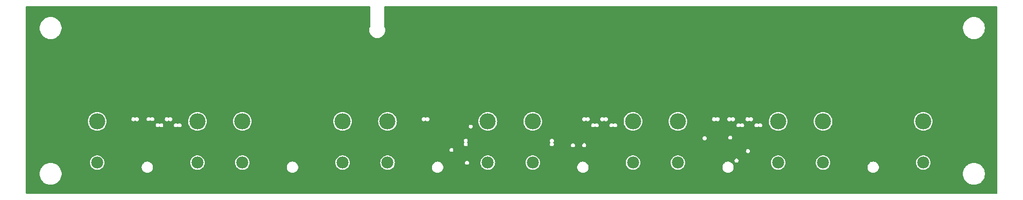
<source format=gbr>
%TF.GenerationSoftware,KiCad,Pcbnew,(7.0.0)*%
%TF.CreationDate,2023-07-14T12:09:43+02:00*%
%TF.ProjectId,RD53B_Quad_6DP_to_ERF8_Data_Adapter,52443533-425f-4517-9561-645f3644505f,V1*%
%TF.SameCoordinates,PX1767f18PY451e560*%
%TF.FileFunction,Copper,L3,Inr*%
%TF.FilePolarity,Positive*%
%FSLAX46Y46*%
G04 Gerber Fmt 4.6, Leading zero omitted, Abs format (unit mm)*
G04 Created by KiCad (PCBNEW (7.0.0)) date 2023-07-14 12:09:43*
%MOMM*%
%LPD*%
G01*
G04 APERTURE LIST*
%TA.AperFunction,ComponentPad*%
%ADD10C,2.660000*%
%TD*%
%TA.AperFunction,ComponentPad*%
%ADD11C,1.982000*%
%TD*%
%TA.AperFunction,ViaPad*%
%ADD12C,0.500000*%
%TD*%
G04 APERTURE END LIST*
D10*
%TO.N,/DP4_SGND*%
%TO.C,J4*%
X83482000Y11965000D03*
D11*
X83482000Y5185000D03*
X99982000Y5185000D03*
D10*
X99982000Y11965000D03*
%TD*%
%TO.N,/DP2_SGND*%
%TO.C,J2*%
X35684000Y11966000D03*
D11*
X35684000Y5186000D03*
X52184000Y5186000D03*
D10*
X52184000Y11966000D03*
%TD*%
%TO.N,/DP6_SGND*%
%TO.C,J6*%
X131278000Y11965000D03*
D11*
X131278000Y5185000D03*
X147778000Y5185000D03*
D10*
X147778000Y11965000D03*
%TD*%
%TO.N,/DP5_SGND*%
%TO.C,J5*%
X107380000Y11965000D03*
D11*
X107380000Y5185000D03*
X123880000Y5185000D03*
D10*
X123880000Y11965000D03*
%TD*%
%TO.N,/DP3_SGND*%
%TO.C,J3*%
X59584000Y11965000D03*
D11*
X59584000Y5185000D03*
X76084000Y5185000D03*
D10*
X76084000Y11965000D03*
%TD*%
%TO.N,/DP1_SGND*%
%TO.C,J1*%
X11788000Y11965000D03*
D11*
X11788000Y5185000D03*
X28288000Y5185000D03*
D10*
X28288000Y11965000D03*
%TD*%
D12*
%TO.N,GND*%
X94640400Y11335000D03*
X116895500Y10335000D03*
X80398000Y30235000D03*
X9858000Y23097000D03*
X77998000Y30235000D03*
X72458000Y7622600D03*
X70593000Y9335000D03*
X136858000Y23055000D03*
X70593000Y11335000D03*
X152098000Y23055000D03*
X126698000Y28805000D03*
X14938000Y17975000D03*
X70798000Y1422500D03*
X20018000Y23055000D03*
X93140400Y12335000D03*
X140773000Y12335000D03*
X111458000Y1422500D03*
X75598000Y1422500D03*
X67388000Y18507500D03*
X118390500Y10335000D03*
X92478000Y19507500D03*
X25940400Y11335000D03*
X25098000Y1422500D03*
X96982000Y1422500D03*
X45190500Y10335000D03*
X87598000Y30235000D03*
X56584000Y1422500D03*
X144778000Y1422500D03*
X91335600Y12335000D03*
X14938000Y28805000D03*
X48185500Y10335000D03*
X97198000Y30235000D03*
X40338000Y28805000D03*
X69083000Y11335000D03*
X44688000Y19676700D03*
X95835600Y11335000D03*
X48185500Y12335000D03*
X89998000Y1422500D03*
X95990500Y10335000D03*
X73198000Y30235000D03*
X45888000Y18507500D03*
X86628000Y7598400D03*
X91278000Y18507500D03*
X117578000Y18507500D03*
X19568000Y18507500D03*
X64935600Y12335000D03*
X86628000Y9403200D03*
X147778000Y1422500D03*
X103228000Y28805000D03*
X9858000Y28805000D03*
X147018000Y28805000D03*
X116735600Y11335000D03*
X118390500Y9335000D03*
X61198000Y30235000D03*
X140278000Y19507500D03*
X96140400Y12335000D03*
X24135600Y11335000D03*
X2238000Y17975000D03*
X68398000Y30235000D03*
X141938000Y1422500D03*
X117040400Y12335000D03*
X111458000Y28805000D03*
X141478000Y18507500D03*
X102982000Y1422500D03*
X142268000Y10335000D03*
X2238000Y12895000D03*
X30178000Y28805000D03*
X118540400Y11335000D03*
X69788000Y18507500D03*
X92398000Y30235000D03*
X66740400Y12335000D03*
X152098000Y28805000D03*
X75598000Y30235000D03*
X20018000Y28805000D03*
X46698000Y9335000D03*
X143780500Y12360000D03*
X18940400Y12335000D03*
X157178000Y12895000D03*
X21293000Y9335000D03*
X157178000Y23055000D03*
X22635600Y12335000D03*
X11788000Y1422500D03*
X120880000Y1422500D03*
X68588000Y19507500D03*
X14788000Y1422500D03*
X22783000Y10335000D03*
X35258000Y28805000D03*
X70593000Y12335000D03*
X32625000Y1422500D03*
X24488000Y10335000D03*
X152098000Y1422500D03*
X46698000Y12335000D03*
X54228000Y28805000D03*
X45418000Y1422500D03*
X55498000Y27335000D03*
X45190500Y8335000D03*
X115178000Y18507500D03*
X22940400Y11335000D03*
X30178000Y1422500D03*
X121540400Y11335000D03*
X24440400Y12335000D03*
X157178000Y7815000D03*
X69083000Y10335000D03*
X143780500Y9335000D03*
X21135600Y11335000D03*
X142268000Y12335000D03*
X139078000Y18507500D03*
X7318000Y12895000D03*
X120040400Y12335000D03*
X72458000Y9427400D03*
X46668000Y11335000D03*
X147018000Y17975000D03*
X72090500Y12335000D03*
X30178000Y23055000D03*
X65998000Y30235000D03*
X95990500Y9335000D03*
X97640400Y11335000D03*
X136858000Y28805000D03*
X38684000Y1422500D03*
X45190500Y12335000D03*
X143780500Y10335000D03*
X99598000Y30235000D03*
X116538000Y1422500D03*
X62584000Y1422500D03*
X94493000Y10335000D03*
X92835600Y11335000D03*
X116538000Y28805000D03*
X105768000Y28805000D03*
X50498000Y28805000D03*
X140773000Y11335000D03*
X119895500Y9335000D03*
X99982000Y1422500D03*
X25098000Y17975000D03*
X50498000Y1422500D03*
X70798000Y30235000D03*
X21443700Y12335000D03*
X119735600Y11335000D03*
X69083000Y12335000D03*
X46698000Y10335000D03*
X118235600Y12335000D03*
X142268000Y11335000D03*
X115232300Y12335000D03*
X20768000Y19507500D03*
X152098000Y12895000D03*
X2238000Y7815000D03*
X45190500Y11335000D03*
X25098000Y23055000D03*
X85198000Y1422500D03*
X70593000Y10335000D03*
X104498000Y27335000D03*
X94798000Y30235000D03*
X7318000Y7863000D03*
X82798000Y30235000D03*
X112732300Y12335000D03*
X65998000Y1422500D03*
X20018000Y1422500D03*
X45418000Y28805000D03*
X141938000Y28805000D03*
X126880000Y1422500D03*
X63598000Y30235000D03*
X119895500Y10335000D03*
X107168000Y1422500D03*
X14938000Y23097000D03*
X114540400Y12335000D03*
X94798000Y1422500D03*
X131778000Y17975000D03*
X8788000Y1422500D03*
X59584000Y1422500D03*
X21293000Y10335000D03*
X72090500Y11335000D03*
X143780500Y11335000D03*
X131778000Y28805000D03*
X40338000Y1422500D03*
X131778000Y1422500D03*
X43488000Y18507500D03*
X35684000Y1419000D03*
X93678000Y18507500D03*
X150778000Y1422500D03*
X19636400Y12335000D03*
X141938000Y23055000D03*
X2238000Y23055000D03*
X121618000Y28805000D03*
X136858000Y17975000D03*
X22783000Y9335000D03*
X25098000Y28805000D03*
X7318000Y1422500D03*
X85198000Y30235000D03*
X94335600Y12335000D03*
X136858000Y1422500D03*
X9858000Y17975000D03*
X48185500Y11335000D03*
X123880000Y1422500D03*
X152098000Y17975000D03*
X45190500Y9335000D03*
X147018000Y23055000D03*
X89998000Y30235000D03*
X69083000Y9335000D03*
X119895500Y8335000D03*
X17135600Y12335000D03*
X157178000Y17975000D03*
X152098000Y7815000D03*
X21968000Y18507500D03*
%TD*%
%TA.AperFunction,Conductor*%
%TO.N,GND*%
G36*
X56664500Y30937619D02*
G01*
X56710619Y30891500D01*
X56727500Y30828500D01*
X56727500Y27645142D01*
X56715695Y27591892D01*
X56654153Y27459916D01*
X56654149Y27459907D01*
X56651829Y27454930D01*
X56650408Y27449629D01*
X56650405Y27449619D01*
X56593901Y27238745D01*
X56593899Y27238737D01*
X56592479Y27233435D01*
X56592000Y27227968D01*
X56591999Y27227958D01*
X56589152Y27195410D01*
X56572494Y27005000D01*
X56572973Y26999525D01*
X56591999Y26782043D01*
X56592000Y26782035D01*
X56592479Y26776565D01*
X56593899Y26771263D01*
X56593901Y26771256D01*
X56650405Y26560382D01*
X56650407Y26560376D01*
X56651829Y26555070D01*
X56654151Y26550091D01*
X56654153Y26550085D01*
X56710929Y26428329D01*
X56748738Y26347247D01*
X56751891Y26342744D01*
X56751894Y26342739D01*
X56828477Y26233368D01*
X56880264Y26159409D01*
X57042409Y25997264D01*
X57230247Y25865738D01*
X57438070Y25768829D01*
X57659565Y25709479D01*
X57830780Y25694500D01*
X57942480Y25694500D01*
X57945220Y25694500D01*
X58116435Y25709479D01*
X58337930Y25768829D01*
X58545753Y25865738D01*
X58733591Y25997264D01*
X58895736Y26159409D01*
X59027262Y26347247D01*
X59124171Y26555070D01*
X59183521Y26776565D01*
X59203506Y27005000D01*
X59186440Y27200071D01*
X154317500Y27200071D01*
X154318201Y27195417D01*
X154318202Y27195410D01*
X154346077Y27010475D01*
X154357720Y26933228D01*
X154359106Y26928732D01*
X154359108Y26928727D01*
X154435871Y26679866D01*
X154435874Y26679857D01*
X154437262Y26675359D01*
X154439307Y26671113D01*
X154439308Y26671110D01*
X154552302Y26436475D01*
X154552303Y26436474D01*
X154554349Y26432226D01*
X154706365Y26209259D01*
X154709565Y26205810D01*
X154709570Y26205804D01*
X154861133Y26042459D01*
X154889915Y26011439D01*
X155100898Y25843185D01*
X155104976Y25840831D01*
X155104977Y25840830D01*
X155330020Y25710902D01*
X155334602Y25708257D01*
X155338991Y25706535D01*
X155338994Y25706533D01*
X155423544Y25673350D01*
X155585805Y25609666D01*
X155848897Y25549617D01*
X156050624Y25534500D01*
X156183023Y25534500D01*
X156185376Y25534500D01*
X156387103Y25549617D01*
X156650195Y25609666D01*
X156901398Y25708257D01*
X157135102Y25843185D01*
X157346085Y26011439D01*
X157529635Y26209259D01*
X157681651Y26432225D01*
X157798738Y26675359D01*
X157878280Y26933228D01*
X157918500Y27200071D01*
X157918500Y27469929D01*
X157878280Y27736772D01*
X157798738Y27994641D01*
X157681651Y28237774D01*
X157529635Y28460741D01*
X157526433Y28464192D01*
X157526429Y28464197D01*
X157349285Y28655112D01*
X157346085Y28658561D01*
X157135102Y28826815D01*
X157131026Y28829169D01*
X157131022Y28829171D01*
X156905485Y28959384D01*
X156905478Y28959388D01*
X156901398Y28961743D01*
X156897014Y28963464D01*
X156897005Y28963468D01*
X156654588Y29058610D01*
X156654586Y29058611D01*
X156650195Y29060334D01*
X156645595Y29061384D01*
X156391704Y29119333D01*
X156391702Y29119334D01*
X156387103Y29120383D01*
X156382401Y29120736D01*
X156382397Y29120736D01*
X156187718Y29135325D01*
X156187704Y29135326D01*
X156185376Y29135500D01*
X156050624Y29135500D01*
X156048296Y29135326D01*
X156048281Y29135325D01*
X155853602Y29120736D01*
X155853596Y29120736D01*
X155848897Y29120383D01*
X155844299Y29119334D01*
X155844295Y29119333D01*
X155590404Y29061384D01*
X155590400Y29061383D01*
X155585805Y29060334D01*
X155581417Y29058612D01*
X155581411Y29058610D01*
X155338994Y28963468D01*
X155338979Y28963462D01*
X155334602Y28961743D01*
X155330526Y28959390D01*
X155330514Y28959384D01*
X155104977Y28829171D01*
X155104967Y28829165D01*
X155100898Y28826815D01*
X155097221Y28823884D01*
X155097217Y28823880D01*
X154893595Y28661496D01*
X154889915Y28658561D01*
X154886719Y28655118D01*
X154886714Y28655112D01*
X154709570Y28464197D01*
X154709559Y28464184D01*
X154706365Y28460741D01*
X154703715Y28456855D01*
X154703706Y28456843D01*
X154557005Y28241672D01*
X154556999Y28241664D01*
X154554349Y28237775D01*
X154552304Y28233530D01*
X154552303Y28233527D01*
X154439308Y27998891D01*
X154439304Y27998884D01*
X154437262Y27994641D01*
X154435876Y27990148D01*
X154435871Y27990135D01*
X154359108Y27741274D01*
X154359106Y27741266D01*
X154357720Y27736772D01*
X154357019Y27732122D01*
X154357018Y27732117D01*
X154318202Y27474591D01*
X154318201Y27474583D01*
X154317500Y27469929D01*
X154317500Y27200071D01*
X59186440Y27200071D01*
X59183521Y27233435D01*
X59124171Y27454930D01*
X59060305Y27591892D01*
X59048500Y27645142D01*
X59048500Y30828500D01*
X59065381Y30891500D01*
X59111500Y30937619D01*
X59174500Y30954500D01*
X105987955Y30954500D01*
X106008045Y30954500D01*
X159821500Y30954500D01*
X159884500Y30937619D01*
X159930619Y30891500D01*
X159947500Y30828500D01*
X159947500Y181500D01*
X159930619Y118500D01*
X159884500Y72381D01*
X159821500Y55500D01*
X174500Y55500D01*
X111500Y72381D01*
X65381Y118500D01*
X48500Y181500D01*
X48500Y3200071D01*
X2317500Y3200071D01*
X2318201Y3195417D01*
X2318202Y3195410D01*
X2357018Y2937884D01*
X2357720Y2933228D01*
X2359106Y2928732D01*
X2359108Y2928727D01*
X2435871Y2679866D01*
X2435874Y2679857D01*
X2437262Y2675359D01*
X2439307Y2671113D01*
X2439308Y2671110D01*
X2552302Y2436475D01*
X2552303Y2436474D01*
X2554349Y2432226D01*
X2706365Y2209259D01*
X2709565Y2205810D01*
X2709570Y2205804D01*
X2861133Y2042459D01*
X2889915Y2011439D01*
X3100898Y1843185D01*
X3334602Y1708257D01*
X3338991Y1706535D01*
X3338994Y1706533D01*
X3423544Y1673350D01*
X3585805Y1609666D01*
X3848897Y1549617D01*
X4050624Y1534500D01*
X4183023Y1534500D01*
X4185376Y1534500D01*
X4387103Y1549617D01*
X4650195Y1609666D01*
X4901398Y1708257D01*
X5135102Y1843185D01*
X5346085Y2011439D01*
X5529635Y2209259D01*
X5681651Y2432225D01*
X5798738Y2675359D01*
X5878280Y2933228D01*
X5918500Y3200071D01*
X154317500Y3200071D01*
X154318201Y3195417D01*
X154318202Y3195410D01*
X154357018Y2937884D01*
X154357720Y2933228D01*
X154359106Y2928732D01*
X154359108Y2928727D01*
X154435871Y2679866D01*
X154435874Y2679857D01*
X154437262Y2675359D01*
X154439307Y2671113D01*
X154439308Y2671110D01*
X154552302Y2436475D01*
X154552303Y2436474D01*
X154554349Y2432226D01*
X154706365Y2209259D01*
X154709565Y2205810D01*
X154709570Y2205804D01*
X154861133Y2042459D01*
X154889915Y2011439D01*
X155100898Y1843185D01*
X155334602Y1708257D01*
X155338991Y1706535D01*
X155338994Y1706533D01*
X155423544Y1673350D01*
X155585805Y1609666D01*
X155848897Y1549617D01*
X156050624Y1534500D01*
X156183023Y1534500D01*
X156185376Y1534500D01*
X156387103Y1549617D01*
X156650195Y1609666D01*
X156901398Y1708257D01*
X157135102Y1843185D01*
X157346085Y2011439D01*
X157529635Y2209259D01*
X157681651Y2432225D01*
X157798738Y2675359D01*
X157878280Y2933228D01*
X157918500Y3200071D01*
X157918500Y3469929D01*
X157878280Y3736772D01*
X157798738Y3994641D01*
X157736013Y4124890D01*
X157683697Y4233526D01*
X157683695Y4233529D01*
X157681651Y4237774D01*
X157529635Y4460741D01*
X157526433Y4464192D01*
X157526429Y4464197D01*
X157349285Y4655112D01*
X157346085Y4658561D01*
X157135102Y4826815D01*
X157131026Y4829169D01*
X157131022Y4829171D01*
X156905485Y4959384D01*
X156905478Y4959388D01*
X156901398Y4961743D01*
X156897014Y4963464D01*
X156897005Y4963468D01*
X156654588Y5058610D01*
X156654586Y5058611D01*
X156650195Y5060334D01*
X156617432Y5067812D01*
X156391704Y5119333D01*
X156391702Y5119334D01*
X156387103Y5120383D01*
X156382401Y5120736D01*
X156382397Y5120736D01*
X156187718Y5135325D01*
X156187704Y5135326D01*
X156185376Y5135500D01*
X156050624Y5135500D01*
X156048296Y5135326D01*
X156048281Y5135325D01*
X155853602Y5120736D01*
X155853596Y5120736D01*
X155848897Y5120383D01*
X155844299Y5119334D01*
X155844295Y5119333D01*
X155590404Y5061384D01*
X155590400Y5061383D01*
X155585805Y5060334D01*
X155581417Y5058612D01*
X155581411Y5058610D01*
X155338994Y4963468D01*
X155338979Y4963462D01*
X155334602Y4961743D01*
X155330526Y4959390D01*
X155330514Y4959384D01*
X155104977Y4829171D01*
X155104967Y4829165D01*
X155100898Y4826815D01*
X155097221Y4823884D01*
X155097217Y4823880D01*
X154933816Y4693571D01*
X154889915Y4658561D01*
X154886719Y4655118D01*
X154886714Y4655112D01*
X154709570Y4464197D01*
X154709559Y4464184D01*
X154706365Y4460741D01*
X154703715Y4456855D01*
X154703706Y4456843D01*
X154557005Y4241672D01*
X154556999Y4241664D01*
X154554349Y4237775D01*
X154552304Y4233530D01*
X154552303Y4233527D01*
X154439308Y3998891D01*
X154439304Y3998884D01*
X154437262Y3994641D01*
X154435876Y3990148D01*
X154435871Y3990135D01*
X154359108Y3741274D01*
X154359106Y3741266D01*
X154357720Y3736772D01*
X154357019Y3732122D01*
X154357018Y3732117D01*
X154318202Y3474591D01*
X154318201Y3474583D01*
X154317500Y3469929D01*
X154317500Y3200071D01*
X5918500Y3200071D01*
X5918500Y3469929D01*
X5878280Y3736772D01*
X5798738Y3994641D01*
X5736013Y4124890D01*
X5683697Y4233526D01*
X5683695Y4233529D01*
X5681651Y4237774D01*
X5529635Y4460741D01*
X5526433Y4464192D01*
X5526429Y4464197D01*
X5349285Y4655112D01*
X5346085Y4658561D01*
X5135102Y4826815D01*
X5131026Y4829169D01*
X5131022Y4829171D01*
X4905485Y4959384D01*
X4905478Y4959388D01*
X4901398Y4961743D01*
X4897014Y4963464D01*
X4897005Y4963468D01*
X4654588Y5058610D01*
X4654586Y5058611D01*
X4650195Y5060334D01*
X4617432Y5067812D01*
X4391704Y5119333D01*
X4391702Y5119334D01*
X4387103Y5120383D01*
X4382401Y5120736D01*
X4382397Y5120736D01*
X4187718Y5135325D01*
X4187704Y5135326D01*
X4185376Y5135500D01*
X4050624Y5135500D01*
X4048296Y5135326D01*
X4048281Y5135325D01*
X3853602Y5120736D01*
X3853596Y5120736D01*
X3848897Y5120383D01*
X3844299Y5119334D01*
X3844295Y5119333D01*
X3590404Y5061384D01*
X3590400Y5061383D01*
X3585805Y5060334D01*
X3581417Y5058612D01*
X3581411Y5058610D01*
X3338994Y4963468D01*
X3338979Y4963462D01*
X3334602Y4961743D01*
X3330526Y4959390D01*
X3330514Y4959384D01*
X3104977Y4829171D01*
X3104967Y4829165D01*
X3100898Y4826815D01*
X3097221Y4823884D01*
X3097217Y4823880D01*
X2933816Y4693571D01*
X2889915Y4658561D01*
X2886719Y4655118D01*
X2886714Y4655112D01*
X2709570Y4464197D01*
X2709559Y4464184D01*
X2706365Y4460741D01*
X2703715Y4456855D01*
X2703706Y4456843D01*
X2557005Y4241672D01*
X2556999Y4241664D01*
X2554349Y4237775D01*
X2552304Y4233530D01*
X2552303Y4233527D01*
X2439308Y3998891D01*
X2439304Y3998884D01*
X2437262Y3994641D01*
X2435876Y3990148D01*
X2435871Y3990135D01*
X2359108Y3741274D01*
X2359106Y3741266D01*
X2357720Y3736772D01*
X2357019Y3732122D01*
X2357018Y3732117D01*
X2318202Y3474591D01*
X2318201Y3474583D01*
X2317500Y3469929D01*
X2317500Y3200071D01*
X48500Y3200071D01*
X48500Y5185000D01*
X10591395Y5185000D01*
X10611769Y4965124D01*
X10672199Y4752736D01*
X10674793Y4747526D01*
X10674796Y4747519D01*
X10720810Y4655112D01*
X10770626Y4555069D01*
X10903698Y4378852D01*
X11066884Y4230089D01*
X11071833Y4227025D01*
X11238400Y4123890D01*
X11254627Y4113843D01*
X11260057Y4111740D01*
X11260060Y4111738D01*
X11319703Y4088633D01*
X11460533Y4034075D01*
X11677591Y3993500D01*
X11892581Y3993500D01*
X11898409Y3993500D01*
X12115467Y4034075D01*
X12321373Y4113843D01*
X12509116Y4230089D01*
X12594280Y4307726D01*
X19112500Y4307726D01*
X19113871Y4301273D01*
X19113872Y4301270D01*
X19151575Y4123890D01*
X19151576Y4123885D01*
X19152949Y4117429D01*
X19232078Y3939701D01*
X19235956Y3934364D01*
X19235958Y3934360D01*
X19342551Y3787648D01*
X19346431Y3782308D01*
X19491008Y3652130D01*
X19659492Y3554856D01*
X19844518Y3494738D01*
X19989496Y3479500D01*
X20083214Y3479500D01*
X20086504Y3479500D01*
X20231482Y3494738D01*
X20416508Y3554856D01*
X20584992Y3652130D01*
X20729569Y3782308D01*
X20843922Y3939701D01*
X20923051Y4117429D01*
X20963500Y4307726D01*
X20963500Y4502274D01*
X20923051Y4692571D01*
X20843922Y4870299D01*
X20729569Y5027692D01*
X20584992Y5157870D01*
X20538001Y5185000D01*
X27091395Y5185000D01*
X27111769Y4965124D01*
X27172199Y4752736D01*
X27174793Y4747526D01*
X27174796Y4747519D01*
X27220810Y4655112D01*
X27270626Y4555069D01*
X27403698Y4378852D01*
X27566884Y4230089D01*
X27571833Y4227025D01*
X27738400Y4123890D01*
X27754627Y4113843D01*
X27760057Y4111740D01*
X27760060Y4111738D01*
X27819703Y4088633D01*
X27960533Y4034075D01*
X28177591Y3993500D01*
X28392581Y3993500D01*
X28398409Y3993500D01*
X28615467Y4034075D01*
X28821373Y4113843D01*
X29009116Y4230089D01*
X29172302Y4378852D01*
X29305374Y4555069D01*
X29403801Y4752736D01*
X29464231Y4965124D01*
X29484605Y5185000D01*
X29484512Y5186000D01*
X34487395Y5186000D01*
X34507769Y4966124D01*
X34568199Y4753736D01*
X34570793Y4748526D01*
X34570796Y4748519D01*
X34617308Y4655112D01*
X34666626Y4556069D01*
X34799698Y4379852D01*
X34962884Y4231089D01*
X34967833Y4228025D01*
X35136015Y4123890D01*
X35150627Y4114843D01*
X35156057Y4112740D01*
X35156060Y4112738D01*
X35215703Y4089633D01*
X35356533Y4035075D01*
X35573591Y3994500D01*
X35788581Y3994500D01*
X35794409Y3994500D01*
X36011467Y4035075D01*
X36217373Y4114843D01*
X36405116Y4231089D01*
X36490280Y4308726D01*
X43008500Y4308726D01*
X43009871Y4302273D01*
X43009872Y4302270D01*
X43047575Y4124890D01*
X43047576Y4124885D01*
X43048949Y4118429D01*
X43128078Y3940701D01*
X43242431Y3783308D01*
X43387008Y3653130D01*
X43555492Y3555856D01*
X43740518Y3495738D01*
X43885496Y3480500D01*
X43979214Y3480500D01*
X43982504Y3480500D01*
X44127482Y3495738D01*
X44312508Y3555856D01*
X44480992Y3653130D01*
X44625569Y3783308D01*
X44739922Y3940701D01*
X44819051Y4118429D01*
X44859500Y4308726D01*
X44859500Y4503274D01*
X44819051Y4693571D01*
X44739922Y4871299D01*
X44733608Y4879989D01*
X44629448Y5023353D01*
X44625569Y5028692D01*
X44480992Y5158870D01*
X44434001Y5186000D01*
X50987395Y5186000D01*
X51007769Y4966124D01*
X51068199Y4753736D01*
X51070793Y4748526D01*
X51070796Y4748519D01*
X51117308Y4655112D01*
X51166626Y4556069D01*
X51299698Y4379852D01*
X51462884Y4231089D01*
X51467833Y4228025D01*
X51636015Y4123890D01*
X51650627Y4114843D01*
X51656057Y4112740D01*
X51656060Y4112738D01*
X51715703Y4089633D01*
X51856533Y4035075D01*
X52073591Y3994500D01*
X52288581Y3994500D01*
X52294409Y3994500D01*
X52511467Y4035075D01*
X52717373Y4114843D01*
X52905116Y4231089D01*
X53068302Y4379852D01*
X53201374Y4556069D01*
X53299801Y4753736D01*
X53360231Y4966124D01*
X53380512Y5185000D01*
X58387395Y5185000D01*
X58407769Y4965124D01*
X58468199Y4752736D01*
X58470793Y4747526D01*
X58470796Y4747519D01*
X58516810Y4655112D01*
X58566626Y4555069D01*
X58699698Y4378852D01*
X58862884Y4230089D01*
X58867833Y4227025D01*
X59034400Y4123890D01*
X59050627Y4113843D01*
X59056057Y4111740D01*
X59056060Y4111738D01*
X59115703Y4088633D01*
X59256533Y4034075D01*
X59473591Y3993500D01*
X59688581Y3993500D01*
X59694409Y3993500D01*
X59911467Y4034075D01*
X60117373Y4113843D01*
X60305116Y4230089D01*
X60390280Y4307726D01*
X66908500Y4307726D01*
X66909871Y4301273D01*
X66909872Y4301270D01*
X66947575Y4123890D01*
X66947576Y4123885D01*
X66948949Y4117429D01*
X67028078Y3939701D01*
X67031956Y3934364D01*
X67031958Y3934360D01*
X67138551Y3787648D01*
X67142431Y3782308D01*
X67287008Y3652130D01*
X67455492Y3554856D01*
X67640518Y3494738D01*
X67785496Y3479500D01*
X67879214Y3479500D01*
X67882504Y3479500D01*
X68027482Y3494738D01*
X68212508Y3554856D01*
X68380992Y3652130D01*
X68525569Y3782308D01*
X68639922Y3939701D01*
X68719051Y4117429D01*
X68759500Y4307726D01*
X68759500Y4502274D01*
X68719051Y4692571D01*
X68639922Y4870299D01*
X68525569Y5027692D01*
X68380992Y5157870D01*
X68359982Y5170000D01*
X72322479Y5170000D01*
X72324393Y5159145D01*
X72340497Y5067812D01*
X72340498Y5067809D01*
X72342412Y5056955D01*
X72347923Y5047410D01*
X72347924Y5047407D01*
X72394295Y4967090D01*
X72399806Y4957545D01*
X72487739Y4883760D01*
X72595606Y4844500D01*
X72699367Y4844500D01*
X72710394Y4844500D01*
X72818261Y4883760D01*
X72906194Y4957545D01*
X72963588Y5056955D01*
X72981382Y5157870D01*
X72981607Y5159145D01*
X72983521Y5170000D01*
X72980876Y5185000D01*
X74887395Y5185000D01*
X74907769Y4965124D01*
X74968199Y4752736D01*
X74970793Y4747526D01*
X74970796Y4747519D01*
X75016810Y4655112D01*
X75066626Y4555069D01*
X75199698Y4378852D01*
X75362884Y4230089D01*
X75367833Y4227025D01*
X75534400Y4123890D01*
X75550627Y4113843D01*
X75556057Y4111740D01*
X75556060Y4111738D01*
X75615703Y4088633D01*
X75756533Y4034075D01*
X75973591Y3993500D01*
X76188581Y3993500D01*
X76194409Y3993500D01*
X76411467Y4034075D01*
X76617373Y4113843D01*
X76805116Y4230089D01*
X76968302Y4378852D01*
X77101374Y4555069D01*
X77199801Y4752736D01*
X77260231Y4965124D01*
X77280605Y5185000D01*
X82285395Y5185000D01*
X82305769Y4965124D01*
X82366199Y4752736D01*
X82368793Y4747526D01*
X82368796Y4747519D01*
X82414810Y4655112D01*
X82464626Y4555069D01*
X82597698Y4378852D01*
X82760884Y4230089D01*
X82765833Y4227025D01*
X82932400Y4123890D01*
X82948627Y4113843D01*
X82954057Y4111740D01*
X82954060Y4111738D01*
X83013703Y4088633D01*
X83154533Y4034075D01*
X83371591Y3993500D01*
X83586581Y3993500D01*
X83592409Y3993500D01*
X83809467Y4034075D01*
X84015373Y4113843D01*
X84203116Y4230089D01*
X84288280Y4307726D01*
X90806500Y4307726D01*
X90807871Y4301273D01*
X90807872Y4301270D01*
X90845575Y4123890D01*
X90845576Y4123885D01*
X90846949Y4117429D01*
X90926078Y3939701D01*
X90929956Y3934364D01*
X90929958Y3934360D01*
X91036551Y3787648D01*
X91040431Y3782308D01*
X91185008Y3652130D01*
X91353492Y3554856D01*
X91538518Y3494738D01*
X91683496Y3479500D01*
X91777214Y3479500D01*
X91780504Y3479500D01*
X91925482Y3494738D01*
X92110508Y3554856D01*
X92278992Y3652130D01*
X92423569Y3782308D01*
X92537922Y3939701D01*
X92617051Y4117429D01*
X92657500Y4307726D01*
X92657500Y4502274D01*
X92617051Y4692571D01*
X92537922Y4870299D01*
X92423569Y5027692D01*
X92278992Y5157870D01*
X92232001Y5185000D01*
X98785395Y5185000D01*
X98805769Y4965124D01*
X98866199Y4752736D01*
X98868793Y4747526D01*
X98868796Y4747519D01*
X98914810Y4655112D01*
X98964626Y4555069D01*
X99097698Y4378852D01*
X99260884Y4230089D01*
X99265833Y4227025D01*
X99432400Y4123890D01*
X99448627Y4113843D01*
X99454057Y4111740D01*
X99454060Y4111738D01*
X99513703Y4088633D01*
X99654533Y4034075D01*
X99871591Y3993500D01*
X100086581Y3993500D01*
X100092409Y3993500D01*
X100309467Y4034075D01*
X100515373Y4113843D01*
X100703116Y4230089D01*
X100866302Y4378852D01*
X100999374Y4555069D01*
X101097801Y4752736D01*
X101158231Y4965124D01*
X101178605Y5185000D01*
X106183395Y5185000D01*
X106203769Y4965124D01*
X106264199Y4752736D01*
X106266793Y4747526D01*
X106266796Y4747519D01*
X106312810Y4655112D01*
X106362626Y4555069D01*
X106495698Y4378852D01*
X106658884Y4230089D01*
X106663833Y4227025D01*
X106830400Y4123890D01*
X106846627Y4113843D01*
X106852057Y4111740D01*
X106852060Y4111738D01*
X106911703Y4088633D01*
X107052533Y4034075D01*
X107269591Y3993500D01*
X107484581Y3993500D01*
X107490409Y3993500D01*
X107707467Y4034075D01*
X107913373Y4113843D01*
X108101116Y4230089D01*
X108186280Y4307726D01*
X114704500Y4307726D01*
X114705871Y4301273D01*
X114705872Y4301270D01*
X114743575Y4123890D01*
X114743576Y4123885D01*
X114744949Y4117429D01*
X114824078Y3939701D01*
X114827956Y3934364D01*
X114827958Y3934360D01*
X114934551Y3787648D01*
X114938431Y3782308D01*
X115083008Y3652130D01*
X115251492Y3554856D01*
X115436518Y3494738D01*
X115581496Y3479500D01*
X115675214Y3479500D01*
X115678504Y3479500D01*
X115823482Y3494738D01*
X116008508Y3554856D01*
X116176992Y3652130D01*
X116321569Y3782308D01*
X116435922Y3939701D01*
X116515051Y4117429D01*
X116555500Y4307726D01*
X116555500Y4502274D01*
X116515051Y4692571D01*
X116435922Y4870299D01*
X116321569Y5027692D01*
X116176992Y5157870D01*
X116130001Y5185000D01*
X122683395Y5185000D01*
X122703769Y4965124D01*
X122764199Y4752736D01*
X122766793Y4747526D01*
X122766796Y4747519D01*
X122812810Y4655112D01*
X122862626Y4555069D01*
X122995698Y4378852D01*
X123158884Y4230089D01*
X123163833Y4227025D01*
X123330400Y4123890D01*
X123346627Y4113843D01*
X123352057Y4111740D01*
X123352060Y4111738D01*
X123411703Y4088633D01*
X123552533Y4034075D01*
X123769591Y3993500D01*
X123984581Y3993500D01*
X123990409Y3993500D01*
X124207467Y4034075D01*
X124413373Y4113843D01*
X124601116Y4230089D01*
X124764302Y4378852D01*
X124897374Y4555069D01*
X124995801Y4752736D01*
X125056231Y4965124D01*
X125076605Y5185000D01*
X130081395Y5185000D01*
X130101769Y4965124D01*
X130162199Y4752736D01*
X130164793Y4747526D01*
X130164796Y4747519D01*
X130210810Y4655112D01*
X130260626Y4555069D01*
X130393698Y4378852D01*
X130556884Y4230089D01*
X130561833Y4227025D01*
X130728400Y4123890D01*
X130744627Y4113843D01*
X130750057Y4111740D01*
X130750060Y4111738D01*
X130809703Y4088633D01*
X130950533Y4034075D01*
X131167591Y3993500D01*
X131382581Y3993500D01*
X131388409Y3993500D01*
X131605467Y4034075D01*
X131811373Y4113843D01*
X131999116Y4230089D01*
X132084280Y4307726D01*
X138602500Y4307726D01*
X138603871Y4301273D01*
X138603872Y4301270D01*
X138641575Y4123890D01*
X138641576Y4123885D01*
X138642949Y4117429D01*
X138722078Y3939701D01*
X138725956Y3934364D01*
X138725958Y3934360D01*
X138832551Y3787648D01*
X138836431Y3782308D01*
X138981008Y3652130D01*
X139149492Y3554856D01*
X139334518Y3494738D01*
X139479496Y3479500D01*
X139573214Y3479500D01*
X139576504Y3479500D01*
X139721482Y3494738D01*
X139906508Y3554856D01*
X140074992Y3652130D01*
X140219569Y3782308D01*
X140333922Y3939701D01*
X140413051Y4117429D01*
X140453500Y4307726D01*
X140453500Y4502274D01*
X140413051Y4692571D01*
X140333922Y4870299D01*
X140219569Y5027692D01*
X140074992Y5157870D01*
X140028001Y5185000D01*
X146581395Y5185000D01*
X146601769Y4965124D01*
X146662199Y4752736D01*
X146664793Y4747526D01*
X146664796Y4747519D01*
X146710810Y4655112D01*
X146760626Y4555069D01*
X146893698Y4378852D01*
X147056884Y4230089D01*
X147061833Y4227025D01*
X147228400Y4123890D01*
X147244627Y4113843D01*
X147250057Y4111740D01*
X147250060Y4111738D01*
X147309703Y4088633D01*
X147450533Y4034075D01*
X147667591Y3993500D01*
X147882581Y3993500D01*
X147888409Y3993500D01*
X148105467Y4034075D01*
X148311373Y4113843D01*
X148499116Y4230089D01*
X148662302Y4378852D01*
X148795374Y4555069D01*
X148893801Y4752736D01*
X148954231Y4965124D01*
X148974605Y5185000D01*
X148954231Y5404876D01*
X148893801Y5617264D01*
X148882457Y5640045D01*
X148797971Y5809715D01*
X148795374Y5814931D01*
X148662302Y5991148D01*
X148499116Y6139911D01*
X148492551Y6143976D01*
X148316329Y6253089D01*
X148316323Y6253092D01*
X148311373Y6256157D01*
X148305946Y6258260D01*
X148305939Y6258263D01*
X148110893Y6333823D01*
X148110892Y6333824D01*
X148105467Y6335925D01*
X148099748Y6336994D01*
X148099745Y6336995D01*
X147894135Y6375430D01*
X147894131Y6375431D01*
X147888409Y6376500D01*
X147667591Y6376500D01*
X147661869Y6375431D01*
X147661864Y6375430D01*
X147456254Y6336995D01*
X147456248Y6336994D01*
X147450533Y6335925D01*
X147445110Y6333825D01*
X147445106Y6333823D01*
X147250060Y6258263D01*
X147250048Y6258258D01*
X147244627Y6256157D01*
X147239680Y6253095D01*
X147239670Y6253089D01*
X147061833Y6142976D01*
X147061827Y6142973D01*
X147056884Y6139911D01*
X147052583Y6135991D01*
X147052580Y6135988D01*
X146898006Y5995076D01*
X146898001Y5995072D01*
X146893698Y5991148D01*
X146890188Y5986502D01*
X146890186Y5986498D01*
X146764136Y5819580D01*
X146764132Y5819575D01*
X146760626Y5814931D01*
X146758031Y5809721D01*
X146758028Y5809715D01*
X146664796Y5622482D01*
X146664791Y5622471D01*
X146662199Y5617264D01*
X146660605Y5611663D01*
X146660605Y5611662D01*
X146614368Y5449155D01*
X146601769Y5404876D01*
X146601232Y5399084D01*
X146601232Y5399082D01*
X146588084Y5257186D01*
X146581395Y5185000D01*
X140028001Y5185000D01*
X139906508Y5255144D01*
X139791248Y5292594D01*
X139727761Y5313222D01*
X139727759Y5313223D01*
X139721482Y5315262D01*
X139714918Y5315952D01*
X139579773Y5330157D01*
X139579761Y5330158D01*
X139576504Y5330500D01*
X139479496Y5330500D01*
X139476239Y5330158D01*
X139476226Y5330157D01*
X139341081Y5315952D01*
X139341079Y5315952D01*
X139334518Y5315262D01*
X139328242Y5313223D01*
X139328238Y5313222D01*
X139155776Y5257186D01*
X139155774Y5257186D01*
X139149492Y5255144D01*
X139143770Y5251841D01*
X139143769Y5251840D01*
X138986728Y5161173D01*
X138986724Y5161171D01*
X138981008Y5157870D01*
X138976101Y5153452D01*
X138976100Y5153451D01*
X138858327Y5047407D01*
X138836431Y5027692D01*
X138832556Y5022359D01*
X138832551Y5022353D01*
X138725958Y4875641D01*
X138725953Y4875633D01*
X138722078Y4870299D01*
X138719393Y4864271D01*
X138719392Y4864267D01*
X138645636Y4698607D01*
X138642949Y4692571D01*
X138641577Y4686119D01*
X138641575Y4686111D01*
X138604085Y4509731D01*
X138602500Y4502274D01*
X138602500Y4307726D01*
X132084280Y4307726D01*
X132162302Y4378852D01*
X132295374Y4555069D01*
X132393801Y4752736D01*
X132454231Y4965124D01*
X132474605Y5185000D01*
X132454231Y5404876D01*
X132393801Y5617264D01*
X132382457Y5640045D01*
X132297971Y5809715D01*
X132295374Y5814931D01*
X132162302Y5991148D01*
X131999116Y6139911D01*
X131992551Y6143976D01*
X131816329Y6253089D01*
X131816323Y6253092D01*
X131811373Y6256157D01*
X131805946Y6258260D01*
X131805939Y6258263D01*
X131610893Y6333823D01*
X131610892Y6333824D01*
X131605467Y6335925D01*
X131599748Y6336994D01*
X131599745Y6336995D01*
X131394135Y6375430D01*
X131394131Y6375431D01*
X131388409Y6376500D01*
X131167591Y6376500D01*
X131161869Y6375431D01*
X131161864Y6375430D01*
X130956254Y6336995D01*
X130956248Y6336994D01*
X130950533Y6335925D01*
X130945110Y6333825D01*
X130945106Y6333823D01*
X130750060Y6258263D01*
X130750048Y6258258D01*
X130744627Y6256157D01*
X130739680Y6253095D01*
X130739670Y6253089D01*
X130561833Y6142976D01*
X130561827Y6142973D01*
X130556884Y6139911D01*
X130552583Y6135991D01*
X130552580Y6135988D01*
X130398006Y5995076D01*
X130398001Y5995072D01*
X130393698Y5991148D01*
X130390188Y5986502D01*
X130390186Y5986498D01*
X130264136Y5819580D01*
X130264132Y5819575D01*
X130260626Y5814931D01*
X130258031Y5809721D01*
X130258028Y5809715D01*
X130164796Y5622482D01*
X130164791Y5622471D01*
X130162199Y5617264D01*
X130160605Y5611663D01*
X130160605Y5611662D01*
X130114368Y5449155D01*
X130101769Y5404876D01*
X130101232Y5399084D01*
X130101232Y5399082D01*
X130088084Y5257186D01*
X130081395Y5185000D01*
X125076605Y5185000D01*
X125056231Y5404876D01*
X124995801Y5617264D01*
X124984457Y5640045D01*
X124899971Y5809715D01*
X124897374Y5814931D01*
X124764302Y5991148D01*
X124601116Y6139911D01*
X124594551Y6143976D01*
X124418329Y6253089D01*
X124418323Y6253092D01*
X124413373Y6256157D01*
X124407946Y6258260D01*
X124407939Y6258263D01*
X124212893Y6333823D01*
X124212892Y6333824D01*
X124207467Y6335925D01*
X124201748Y6336994D01*
X124201745Y6336995D01*
X123996135Y6375430D01*
X123996131Y6375431D01*
X123990409Y6376500D01*
X123769591Y6376500D01*
X123763869Y6375431D01*
X123763864Y6375430D01*
X123558254Y6336995D01*
X123558248Y6336994D01*
X123552533Y6335925D01*
X123547110Y6333825D01*
X123547106Y6333823D01*
X123352060Y6258263D01*
X123352048Y6258258D01*
X123346627Y6256157D01*
X123341680Y6253095D01*
X123341670Y6253089D01*
X123163833Y6142976D01*
X123163827Y6142973D01*
X123158884Y6139911D01*
X123154583Y6135991D01*
X123154580Y6135988D01*
X123000006Y5995076D01*
X123000001Y5995072D01*
X122995698Y5991148D01*
X122992188Y5986502D01*
X122992186Y5986498D01*
X122866136Y5819580D01*
X122866132Y5819575D01*
X122862626Y5814931D01*
X122860031Y5809721D01*
X122860028Y5809715D01*
X122766796Y5622482D01*
X122766791Y5622471D01*
X122764199Y5617264D01*
X122762605Y5611663D01*
X122762605Y5611662D01*
X122716368Y5449155D01*
X122703769Y5404876D01*
X122703232Y5399084D01*
X122703232Y5399082D01*
X122690084Y5257186D01*
X122683395Y5185000D01*
X116130001Y5185000D01*
X116008508Y5255144D01*
X115893248Y5292594D01*
X115829761Y5313222D01*
X115829759Y5313223D01*
X115823482Y5315262D01*
X115816918Y5315952D01*
X115681773Y5330157D01*
X115681761Y5330158D01*
X115678504Y5330500D01*
X115581496Y5330500D01*
X115578239Y5330158D01*
X115578226Y5330157D01*
X115443081Y5315952D01*
X115443079Y5315952D01*
X115436518Y5315262D01*
X115430242Y5313223D01*
X115430238Y5313222D01*
X115257776Y5257186D01*
X115257774Y5257186D01*
X115251492Y5255144D01*
X115245770Y5251841D01*
X115245769Y5251840D01*
X115088728Y5161173D01*
X115088724Y5161171D01*
X115083008Y5157870D01*
X115078101Y5153452D01*
X115078100Y5153451D01*
X114960327Y5047407D01*
X114938431Y5027692D01*
X114934556Y5022359D01*
X114934551Y5022353D01*
X114827958Y4875641D01*
X114827953Y4875633D01*
X114824078Y4870299D01*
X114821393Y4864271D01*
X114821392Y4864267D01*
X114747636Y4698607D01*
X114744949Y4692571D01*
X114743577Y4686119D01*
X114743575Y4686111D01*
X114706085Y4509731D01*
X114704500Y4502274D01*
X114704500Y4307726D01*
X108186280Y4307726D01*
X108264302Y4378852D01*
X108397374Y4555069D01*
X108495801Y4752736D01*
X108556231Y4965124D01*
X108576605Y5185000D01*
X108556231Y5404876D01*
X108521483Y5527000D01*
X116700479Y5527000D01*
X116702393Y5516145D01*
X116718497Y5424812D01*
X116718498Y5424809D01*
X116720412Y5413955D01*
X116725923Y5404410D01*
X116725924Y5404407D01*
X116744110Y5372908D01*
X116777806Y5314545D01*
X116865739Y5240760D01*
X116973606Y5201500D01*
X117077367Y5201500D01*
X117088394Y5201500D01*
X117196261Y5240760D01*
X117284194Y5314545D01*
X117341588Y5413955D01*
X117361521Y5527000D01*
X117341588Y5640045D01*
X117284194Y5739455D01*
X117196261Y5813240D01*
X117185901Y5817011D01*
X117185899Y5817012D01*
X117098756Y5848729D01*
X117098753Y5848730D01*
X117088394Y5852500D01*
X116973606Y5852500D01*
X116963246Y5848730D01*
X116963244Y5848729D01*
X116876099Y5817011D01*
X116876096Y5817010D01*
X116865740Y5813240D01*
X116857299Y5806158D01*
X116857295Y5806155D01*
X116786251Y5746542D01*
X116786248Y5746540D01*
X116777806Y5739455D01*
X116772296Y5729913D01*
X116772293Y5729908D01*
X116725924Y5649594D01*
X116725922Y5649589D01*
X116720412Y5640045D01*
X116718498Y5629194D01*
X116718497Y5629189D01*
X116715407Y5611662D01*
X116700479Y5527000D01*
X108521483Y5527000D01*
X108495801Y5617264D01*
X108484457Y5640045D01*
X108399971Y5809715D01*
X108397374Y5814931D01*
X108264302Y5991148D01*
X108101116Y6139911D01*
X108094551Y6143976D01*
X107918329Y6253089D01*
X107918323Y6253092D01*
X107913373Y6256157D01*
X107907946Y6258260D01*
X107907939Y6258263D01*
X107712893Y6333823D01*
X107712892Y6333824D01*
X107707467Y6335925D01*
X107701748Y6336994D01*
X107701745Y6336995D01*
X107496135Y6375430D01*
X107496131Y6375431D01*
X107490409Y6376500D01*
X107269591Y6376500D01*
X107263869Y6375431D01*
X107263864Y6375430D01*
X107058254Y6336995D01*
X107058248Y6336994D01*
X107052533Y6335925D01*
X107047110Y6333825D01*
X107047106Y6333823D01*
X106852060Y6258263D01*
X106852048Y6258258D01*
X106846627Y6256157D01*
X106841680Y6253095D01*
X106841670Y6253089D01*
X106663833Y6142976D01*
X106663827Y6142973D01*
X106658884Y6139911D01*
X106654583Y6135991D01*
X106654580Y6135988D01*
X106500006Y5995076D01*
X106500001Y5995072D01*
X106495698Y5991148D01*
X106492188Y5986502D01*
X106492186Y5986498D01*
X106366136Y5819580D01*
X106366132Y5819575D01*
X106362626Y5814931D01*
X106360031Y5809721D01*
X106360028Y5809715D01*
X106266796Y5622482D01*
X106266791Y5622471D01*
X106264199Y5617264D01*
X106262605Y5611663D01*
X106262605Y5611662D01*
X106216368Y5449155D01*
X106203769Y5404876D01*
X106203232Y5399084D01*
X106203232Y5399082D01*
X106190084Y5257186D01*
X106183395Y5185000D01*
X101178605Y5185000D01*
X101158231Y5404876D01*
X101097801Y5617264D01*
X101086457Y5640045D01*
X101001971Y5809715D01*
X100999374Y5814931D01*
X100866302Y5991148D01*
X100703116Y6139911D01*
X100696551Y6143976D01*
X100520329Y6253089D01*
X100520323Y6253092D01*
X100515373Y6256157D01*
X100509946Y6258260D01*
X100509939Y6258263D01*
X100314893Y6333823D01*
X100314892Y6333824D01*
X100309467Y6335925D01*
X100303748Y6336994D01*
X100303745Y6336995D01*
X100098135Y6375430D01*
X100098131Y6375431D01*
X100092409Y6376500D01*
X99871591Y6376500D01*
X99865869Y6375431D01*
X99865864Y6375430D01*
X99660254Y6336995D01*
X99660248Y6336994D01*
X99654533Y6335925D01*
X99649110Y6333825D01*
X99649106Y6333823D01*
X99454060Y6258263D01*
X99454048Y6258258D01*
X99448627Y6256157D01*
X99443680Y6253095D01*
X99443670Y6253089D01*
X99265833Y6142976D01*
X99265827Y6142973D01*
X99260884Y6139911D01*
X99256583Y6135991D01*
X99256580Y6135988D01*
X99102006Y5995076D01*
X99102001Y5995072D01*
X99097698Y5991148D01*
X99094188Y5986502D01*
X99094186Y5986498D01*
X98968136Y5819580D01*
X98968132Y5819575D01*
X98964626Y5814931D01*
X98962031Y5809721D01*
X98962028Y5809715D01*
X98868796Y5622482D01*
X98868791Y5622471D01*
X98866199Y5617264D01*
X98864605Y5611663D01*
X98864605Y5611662D01*
X98818368Y5449155D01*
X98805769Y5404876D01*
X98805232Y5399084D01*
X98805232Y5399082D01*
X98792084Y5257186D01*
X98785395Y5185000D01*
X92232001Y5185000D01*
X92110508Y5255144D01*
X91995248Y5292594D01*
X91931761Y5313222D01*
X91931759Y5313223D01*
X91925482Y5315262D01*
X91918918Y5315952D01*
X91783773Y5330157D01*
X91783761Y5330158D01*
X91780504Y5330500D01*
X91683496Y5330500D01*
X91680239Y5330158D01*
X91680226Y5330157D01*
X91545081Y5315952D01*
X91545079Y5315952D01*
X91538518Y5315262D01*
X91532242Y5313223D01*
X91532238Y5313222D01*
X91359776Y5257186D01*
X91359774Y5257186D01*
X91353492Y5255144D01*
X91347770Y5251841D01*
X91347769Y5251840D01*
X91190728Y5161173D01*
X91190724Y5161171D01*
X91185008Y5157870D01*
X91180101Y5153452D01*
X91180100Y5153451D01*
X91062327Y5047407D01*
X91040431Y5027692D01*
X91036556Y5022359D01*
X91036551Y5022353D01*
X90929958Y4875641D01*
X90929953Y4875633D01*
X90926078Y4870299D01*
X90923393Y4864271D01*
X90923392Y4864267D01*
X90849636Y4698607D01*
X90846949Y4692571D01*
X90845577Y4686119D01*
X90845575Y4686111D01*
X90808085Y4509731D01*
X90806500Y4502274D01*
X90806500Y4307726D01*
X84288280Y4307726D01*
X84366302Y4378852D01*
X84499374Y4555069D01*
X84597801Y4752736D01*
X84658231Y4965124D01*
X84678605Y5185000D01*
X84658231Y5404876D01*
X84597801Y5617264D01*
X84586457Y5640045D01*
X84501971Y5809715D01*
X84499374Y5814931D01*
X84366302Y5991148D01*
X84203116Y6139911D01*
X84196551Y6143976D01*
X84020329Y6253089D01*
X84020323Y6253092D01*
X84015373Y6256157D01*
X84009946Y6258260D01*
X84009939Y6258263D01*
X83814893Y6333823D01*
X83814892Y6333824D01*
X83809467Y6335925D01*
X83803748Y6336994D01*
X83803745Y6336995D01*
X83598135Y6375430D01*
X83598131Y6375431D01*
X83592409Y6376500D01*
X83371591Y6376500D01*
X83365869Y6375431D01*
X83365864Y6375430D01*
X83160254Y6336995D01*
X83160248Y6336994D01*
X83154533Y6335925D01*
X83149110Y6333825D01*
X83149106Y6333823D01*
X82954060Y6258263D01*
X82954048Y6258258D01*
X82948627Y6256157D01*
X82943680Y6253095D01*
X82943670Y6253089D01*
X82765833Y6142976D01*
X82765827Y6142973D01*
X82760884Y6139911D01*
X82756583Y6135991D01*
X82756580Y6135988D01*
X82602006Y5995076D01*
X82602001Y5995072D01*
X82597698Y5991148D01*
X82594188Y5986502D01*
X82594186Y5986498D01*
X82468136Y5819580D01*
X82468132Y5819575D01*
X82464626Y5814931D01*
X82462031Y5809721D01*
X82462028Y5809715D01*
X82368796Y5622482D01*
X82368791Y5622471D01*
X82366199Y5617264D01*
X82364605Y5611663D01*
X82364605Y5611662D01*
X82318368Y5449155D01*
X82305769Y5404876D01*
X82305232Y5399084D01*
X82305232Y5399082D01*
X82292084Y5257186D01*
X82285395Y5185000D01*
X77280605Y5185000D01*
X77260231Y5404876D01*
X77199801Y5617264D01*
X77188457Y5640045D01*
X77103971Y5809715D01*
X77101374Y5814931D01*
X76968302Y5991148D01*
X76805116Y6139911D01*
X76798551Y6143976D01*
X76622329Y6253089D01*
X76622323Y6253092D01*
X76617373Y6256157D01*
X76611946Y6258260D01*
X76611939Y6258263D01*
X76416893Y6333823D01*
X76416892Y6333824D01*
X76411467Y6335925D01*
X76405748Y6336994D01*
X76405745Y6336995D01*
X76200135Y6375430D01*
X76200131Y6375431D01*
X76194409Y6376500D01*
X75973591Y6376500D01*
X75967869Y6375431D01*
X75967864Y6375430D01*
X75762254Y6336995D01*
X75762248Y6336994D01*
X75756533Y6335925D01*
X75751110Y6333825D01*
X75751106Y6333823D01*
X75556060Y6258263D01*
X75556048Y6258258D01*
X75550627Y6256157D01*
X75545680Y6253095D01*
X75545670Y6253089D01*
X75367833Y6142976D01*
X75367827Y6142973D01*
X75362884Y6139911D01*
X75358583Y6135991D01*
X75358580Y6135988D01*
X75204006Y5995076D01*
X75204001Y5995072D01*
X75199698Y5991148D01*
X75196188Y5986502D01*
X75196186Y5986498D01*
X75070136Y5819580D01*
X75070132Y5819575D01*
X75066626Y5814931D01*
X75064031Y5809721D01*
X75064028Y5809715D01*
X74970796Y5622482D01*
X74970791Y5622471D01*
X74968199Y5617264D01*
X74966605Y5611663D01*
X74966605Y5611662D01*
X74920368Y5449155D01*
X74907769Y5404876D01*
X74907232Y5399084D01*
X74907232Y5399082D01*
X74894084Y5257186D01*
X74887395Y5185000D01*
X72980876Y5185000D01*
X72963588Y5283045D01*
X72906194Y5382455D01*
X72818261Y5456240D01*
X72807901Y5460011D01*
X72807899Y5460012D01*
X72720756Y5491729D01*
X72720753Y5491730D01*
X72710394Y5495500D01*
X72595606Y5495500D01*
X72585246Y5491730D01*
X72585244Y5491729D01*
X72498099Y5460011D01*
X72498096Y5460010D01*
X72487740Y5456240D01*
X72479299Y5449158D01*
X72479295Y5449155D01*
X72408251Y5389542D01*
X72408248Y5389540D01*
X72399806Y5382455D01*
X72394296Y5372913D01*
X72394293Y5372908D01*
X72347924Y5292594D01*
X72347922Y5292589D01*
X72342412Y5283045D01*
X72340498Y5272194D01*
X72340497Y5272189D01*
X72334291Y5236989D01*
X72322479Y5170000D01*
X68359982Y5170000D01*
X68212508Y5255144D01*
X68097248Y5292594D01*
X68033761Y5313222D01*
X68033759Y5313223D01*
X68027482Y5315262D01*
X68020918Y5315952D01*
X67885773Y5330157D01*
X67885761Y5330158D01*
X67882504Y5330500D01*
X67785496Y5330500D01*
X67782239Y5330158D01*
X67782226Y5330157D01*
X67647081Y5315952D01*
X67647079Y5315952D01*
X67640518Y5315262D01*
X67634242Y5313223D01*
X67634238Y5313222D01*
X67461776Y5257186D01*
X67461774Y5257186D01*
X67455492Y5255144D01*
X67449770Y5251841D01*
X67449769Y5251840D01*
X67292728Y5161173D01*
X67292724Y5161171D01*
X67287008Y5157870D01*
X67282101Y5153452D01*
X67282100Y5153451D01*
X67164327Y5047407D01*
X67142431Y5027692D01*
X67138556Y5022359D01*
X67138551Y5022353D01*
X67031958Y4875641D01*
X67031953Y4875633D01*
X67028078Y4870299D01*
X67025393Y4864271D01*
X67025392Y4864267D01*
X66951636Y4698607D01*
X66948949Y4692571D01*
X66947577Y4686119D01*
X66947575Y4686111D01*
X66910085Y4509731D01*
X66908500Y4502274D01*
X66908500Y4307726D01*
X60390280Y4307726D01*
X60468302Y4378852D01*
X60601374Y4555069D01*
X60699801Y4752736D01*
X60760231Y4965124D01*
X60780605Y5185000D01*
X60760231Y5404876D01*
X60699801Y5617264D01*
X60688457Y5640045D01*
X60603971Y5809715D01*
X60601374Y5814931D01*
X60468302Y5991148D01*
X60305116Y6139911D01*
X60298551Y6143976D01*
X60122329Y6253089D01*
X60122323Y6253092D01*
X60117373Y6256157D01*
X60111946Y6258260D01*
X60111939Y6258263D01*
X59916893Y6333823D01*
X59916892Y6333824D01*
X59911467Y6335925D01*
X59905748Y6336994D01*
X59905745Y6336995D01*
X59700135Y6375430D01*
X59700131Y6375431D01*
X59694409Y6376500D01*
X59473591Y6376500D01*
X59467869Y6375431D01*
X59467864Y6375430D01*
X59262254Y6336995D01*
X59262248Y6336994D01*
X59256533Y6335925D01*
X59251110Y6333825D01*
X59251106Y6333823D01*
X59056060Y6258263D01*
X59056048Y6258258D01*
X59050627Y6256157D01*
X59045680Y6253095D01*
X59045670Y6253089D01*
X58867833Y6142976D01*
X58867827Y6142973D01*
X58862884Y6139911D01*
X58858583Y6135991D01*
X58858580Y6135988D01*
X58704006Y5995076D01*
X58704001Y5995072D01*
X58699698Y5991148D01*
X58696188Y5986502D01*
X58696186Y5986498D01*
X58570136Y5819580D01*
X58570132Y5819575D01*
X58566626Y5814931D01*
X58564031Y5809721D01*
X58564028Y5809715D01*
X58470796Y5622482D01*
X58470791Y5622471D01*
X58468199Y5617264D01*
X58466605Y5611663D01*
X58466605Y5611662D01*
X58420368Y5449155D01*
X58407769Y5404876D01*
X58407232Y5399084D01*
X58407232Y5399082D01*
X58394084Y5257186D01*
X58387395Y5185000D01*
X53380512Y5185000D01*
X53380605Y5186000D01*
X53360231Y5405876D01*
X53299801Y5618264D01*
X53288955Y5640045D01*
X53203971Y5810715D01*
X53201374Y5815931D01*
X53068302Y5992148D01*
X52905116Y6140911D01*
X52900166Y6143976D01*
X52722329Y6254089D01*
X52722323Y6254092D01*
X52717373Y6257157D01*
X52711946Y6259260D01*
X52711939Y6259263D01*
X52516893Y6334823D01*
X52516892Y6334824D01*
X52511467Y6336925D01*
X52505748Y6337994D01*
X52505745Y6337995D01*
X52300135Y6376430D01*
X52300131Y6376431D01*
X52294409Y6377500D01*
X52073591Y6377500D01*
X52067869Y6376431D01*
X52067864Y6376430D01*
X51862254Y6337995D01*
X51862248Y6337994D01*
X51856533Y6336925D01*
X51851110Y6334825D01*
X51851106Y6334823D01*
X51656060Y6259263D01*
X51656048Y6259258D01*
X51650627Y6257157D01*
X51645680Y6254095D01*
X51645670Y6254089D01*
X51467833Y6143976D01*
X51467827Y6143973D01*
X51462884Y6140911D01*
X51458583Y6136991D01*
X51458580Y6136988D01*
X51304006Y5996076D01*
X51304001Y5996072D01*
X51299698Y5992148D01*
X51296188Y5987502D01*
X51296186Y5987498D01*
X51170136Y5820580D01*
X51170132Y5820575D01*
X51166626Y5815931D01*
X51164031Y5810721D01*
X51164028Y5810715D01*
X51070796Y5623482D01*
X51070791Y5623471D01*
X51068199Y5618264D01*
X51066605Y5612663D01*
X51066605Y5612662D01*
X51010068Y5413955D01*
X51007769Y5405876D01*
X51007232Y5400084D01*
X51007232Y5400082D01*
X50998650Y5307462D01*
X50987395Y5186000D01*
X44434001Y5186000D01*
X44312508Y5256144D01*
X44154566Y5307462D01*
X44133761Y5314222D01*
X44133759Y5314223D01*
X44127482Y5316262D01*
X44120918Y5316952D01*
X43985773Y5331157D01*
X43985761Y5331158D01*
X43982504Y5331500D01*
X43885496Y5331500D01*
X43882239Y5331158D01*
X43882226Y5331157D01*
X43747081Y5316952D01*
X43747079Y5316952D01*
X43740518Y5316262D01*
X43734242Y5314223D01*
X43734238Y5314222D01*
X43561776Y5258186D01*
X43561774Y5258186D01*
X43555492Y5256144D01*
X43549770Y5252841D01*
X43549769Y5252840D01*
X43392728Y5162173D01*
X43392724Y5162171D01*
X43387008Y5158870D01*
X43382101Y5154452D01*
X43382100Y5154451D01*
X43360859Y5135325D01*
X43242431Y5028692D01*
X43238556Y5023359D01*
X43238551Y5023353D01*
X43131958Y4876641D01*
X43131953Y4876633D01*
X43128078Y4871299D01*
X43125393Y4865271D01*
X43125392Y4865267D01*
X43073413Y4748519D01*
X43048949Y4693571D01*
X43047577Y4687119D01*
X43047575Y4687111D01*
X43018521Y4550421D01*
X43008500Y4503274D01*
X43008500Y4308726D01*
X36490280Y4308726D01*
X36568302Y4379852D01*
X36701374Y4556069D01*
X36799801Y4753736D01*
X36860231Y4966124D01*
X36880605Y5186000D01*
X36860231Y5405876D01*
X36799801Y5618264D01*
X36788955Y5640045D01*
X36703971Y5810715D01*
X36701374Y5815931D01*
X36568302Y5992148D01*
X36405116Y6140911D01*
X36400166Y6143976D01*
X36222329Y6254089D01*
X36222323Y6254092D01*
X36217373Y6257157D01*
X36211946Y6259260D01*
X36211939Y6259263D01*
X36016893Y6334823D01*
X36016892Y6334824D01*
X36011467Y6336925D01*
X36005748Y6337994D01*
X36005745Y6337995D01*
X35800135Y6376430D01*
X35800131Y6376431D01*
X35794409Y6377500D01*
X35573591Y6377500D01*
X35567869Y6376431D01*
X35567864Y6376430D01*
X35362254Y6337995D01*
X35362248Y6337994D01*
X35356533Y6336925D01*
X35351110Y6334825D01*
X35351106Y6334823D01*
X35156060Y6259263D01*
X35156048Y6259258D01*
X35150627Y6257157D01*
X35145680Y6254095D01*
X35145670Y6254089D01*
X34967833Y6143976D01*
X34967827Y6143973D01*
X34962884Y6140911D01*
X34958583Y6136991D01*
X34958580Y6136988D01*
X34804006Y5996076D01*
X34804001Y5996072D01*
X34799698Y5992148D01*
X34796188Y5987502D01*
X34796186Y5987498D01*
X34670136Y5820580D01*
X34670132Y5820575D01*
X34666626Y5815931D01*
X34664031Y5810721D01*
X34664028Y5810715D01*
X34570796Y5623482D01*
X34570791Y5623471D01*
X34568199Y5618264D01*
X34566605Y5612663D01*
X34566605Y5612662D01*
X34510068Y5413955D01*
X34507769Y5405876D01*
X34507232Y5400084D01*
X34507232Y5400082D01*
X34498650Y5307462D01*
X34487395Y5186000D01*
X29484512Y5186000D01*
X29464231Y5404876D01*
X29403801Y5617264D01*
X29392457Y5640045D01*
X29307971Y5809715D01*
X29305374Y5814931D01*
X29172302Y5991148D01*
X29009116Y6139911D01*
X29002551Y6143976D01*
X28826329Y6253089D01*
X28826323Y6253092D01*
X28821373Y6256157D01*
X28815946Y6258260D01*
X28815939Y6258263D01*
X28620893Y6333823D01*
X28620892Y6333824D01*
X28615467Y6335925D01*
X28609748Y6336994D01*
X28609745Y6336995D01*
X28404135Y6375430D01*
X28404131Y6375431D01*
X28398409Y6376500D01*
X28177591Y6376500D01*
X28171869Y6375431D01*
X28171864Y6375430D01*
X27966254Y6336995D01*
X27966248Y6336994D01*
X27960533Y6335925D01*
X27955110Y6333825D01*
X27955106Y6333823D01*
X27760060Y6258263D01*
X27760048Y6258258D01*
X27754627Y6256157D01*
X27749680Y6253095D01*
X27749670Y6253089D01*
X27571833Y6142976D01*
X27571827Y6142973D01*
X27566884Y6139911D01*
X27562583Y6135991D01*
X27562580Y6135988D01*
X27408006Y5995076D01*
X27408001Y5995072D01*
X27403698Y5991148D01*
X27400188Y5986502D01*
X27400186Y5986498D01*
X27274136Y5819580D01*
X27274132Y5819575D01*
X27270626Y5814931D01*
X27268031Y5809721D01*
X27268028Y5809715D01*
X27174796Y5622482D01*
X27174791Y5622471D01*
X27172199Y5617264D01*
X27170605Y5611663D01*
X27170605Y5611662D01*
X27124368Y5449155D01*
X27111769Y5404876D01*
X27111232Y5399084D01*
X27111232Y5399082D01*
X27098084Y5257186D01*
X27091395Y5185000D01*
X20538001Y5185000D01*
X20416508Y5255144D01*
X20301248Y5292594D01*
X20237761Y5313222D01*
X20237759Y5313223D01*
X20231482Y5315262D01*
X20224918Y5315952D01*
X20089773Y5330157D01*
X20089761Y5330158D01*
X20086504Y5330500D01*
X19989496Y5330500D01*
X19986239Y5330158D01*
X19986226Y5330157D01*
X19851081Y5315952D01*
X19851079Y5315952D01*
X19844518Y5315262D01*
X19838242Y5313223D01*
X19838238Y5313222D01*
X19665776Y5257186D01*
X19665774Y5257186D01*
X19659492Y5255144D01*
X19653770Y5251841D01*
X19653769Y5251840D01*
X19496728Y5161173D01*
X19496724Y5161171D01*
X19491008Y5157870D01*
X19486101Y5153452D01*
X19486100Y5153451D01*
X19368327Y5047407D01*
X19346431Y5027692D01*
X19342556Y5022359D01*
X19342551Y5022353D01*
X19235958Y4875641D01*
X19235953Y4875633D01*
X19232078Y4870299D01*
X19229393Y4864271D01*
X19229392Y4864267D01*
X19155636Y4698607D01*
X19152949Y4692571D01*
X19151577Y4686119D01*
X19151575Y4686111D01*
X19114085Y4509731D01*
X19112500Y4502274D01*
X19112500Y4307726D01*
X12594280Y4307726D01*
X12672302Y4378852D01*
X12805374Y4555069D01*
X12903801Y4752736D01*
X12964231Y4965124D01*
X12984605Y5185000D01*
X12964231Y5404876D01*
X12903801Y5617264D01*
X12892457Y5640045D01*
X12807971Y5809715D01*
X12805374Y5814931D01*
X12672302Y5991148D01*
X12509116Y6139911D01*
X12502551Y6143976D01*
X12326329Y6253089D01*
X12326323Y6253092D01*
X12321373Y6256157D01*
X12315946Y6258260D01*
X12315939Y6258263D01*
X12120893Y6333823D01*
X12120892Y6333824D01*
X12115467Y6335925D01*
X12109748Y6336994D01*
X12109745Y6336995D01*
X11904135Y6375430D01*
X11904131Y6375431D01*
X11898409Y6376500D01*
X11677591Y6376500D01*
X11671869Y6375431D01*
X11671864Y6375430D01*
X11466254Y6336995D01*
X11466248Y6336994D01*
X11460533Y6335925D01*
X11455110Y6333825D01*
X11455106Y6333823D01*
X11260060Y6258263D01*
X11260048Y6258258D01*
X11254627Y6256157D01*
X11249680Y6253095D01*
X11249670Y6253089D01*
X11071833Y6142976D01*
X11071827Y6142973D01*
X11066884Y6139911D01*
X11062583Y6135991D01*
X11062580Y6135988D01*
X10908006Y5995076D01*
X10908001Y5995072D01*
X10903698Y5991148D01*
X10900188Y5986502D01*
X10900186Y5986498D01*
X10774136Y5819580D01*
X10774132Y5819575D01*
X10770626Y5814931D01*
X10768031Y5809721D01*
X10768028Y5809715D01*
X10674796Y5622482D01*
X10674791Y5622471D01*
X10672199Y5617264D01*
X10670605Y5611663D01*
X10670605Y5611662D01*
X10624368Y5449155D01*
X10611769Y5404876D01*
X10611232Y5399084D01*
X10611232Y5399082D01*
X10598084Y5257186D01*
X10591395Y5185000D01*
X48500Y5185000D01*
X48500Y7275000D01*
X69757479Y7275000D01*
X69759393Y7264145D01*
X69775497Y7172812D01*
X69775498Y7172809D01*
X69777412Y7161955D01*
X69782923Y7152410D01*
X69782924Y7152407D01*
X69823657Y7081855D01*
X69834806Y7062545D01*
X69922739Y6988760D01*
X70030606Y6949500D01*
X70134367Y6949500D01*
X70145394Y6949500D01*
X70253261Y6988760D01*
X70341194Y7062545D01*
X70346075Y7071000D01*
X118585479Y7071000D01*
X118587393Y7060145D01*
X118603497Y6968812D01*
X118603498Y6968809D01*
X118605412Y6957955D01*
X118610923Y6948410D01*
X118610924Y6948407D01*
X118657295Y6868090D01*
X118662806Y6858545D01*
X118750739Y6784760D01*
X118858606Y6745500D01*
X118962367Y6745500D01*
X118973394Y6745500D01*
X119081261Y6784760D01*
X119169194Y6858545D01*
X119226588Y6957955D01*
X119246521Y7071000D01*
X119226588Y7184045D01*
X119169194Y7283455D01*
X119081261Y7357240D01*
X119070901Y7361011D01*
X119070899Y7361012D01*
X118983756Y7392729D01*
X118983753Y7392730D01*
X118973394Y7396500D01*
X118858606Y7396500D01*
X118848246Y7392730D01*
X118848244Y7392729D01*
X118761099Y7361011D01*
X118761096Y7361010D01*
X118750740Y7357240D01*
X118742299Y7350158D01*
X118742295Y7350155D01*
X118671251Y7290542D01*
X118671248Y7290540D01*
X118662806Y7283455D01*
X118657296Y7273913D01*
X118657293Y7273908D01*
X118610924Y7193594D01*
X118610922Y7193589D01*
X118605412Y7184045D01*
X118603498Y7173194D01*
X118603497Y7173189D01*
X118599833Y7152407D01*
X118585479Y7071000D01*
X70346075Y7071000D01*
X70398588Y7161955D01*
X70418521Y7275000D01*
X70398588Y7388045D01*
X70341194Y7487455D01*
X70253261Y7561240D01*
X70242901Y7565011D01*
X70242899Y7565012D01*
X70155756Y7596729D01*
X70155753Y7596730D01*
X70145394Y7600500D01*
X70030606Y7600500D01*
X70020246Y7596730D01*
X70020244Y7596729D01*
X69933099Y7565011D01*
X69933096Y7565010D01*
X69922740Y7561240D01*
X69914299Y7554158D01*
X69914295Y7554155D01*
X69843251Y7494542D01*
X69843248Y7494540D01*
X69834806Y7487455D01*
X69829296Y7477913D01*
X69829293Y7477908D01*
X69782924Y7397594D01*
X69782922Y7397589D01*
X69777412Y7388045D01*
X69775498Y7377194D01*
X69775497Y7377189D01*
X69760219Y7290542D01*
X69757479Y7275000D01*
X48500Y7275000D01*
X48500Y8224200D01*
X72127479Y8224200D01*
X72129393Y8213345D01*
X72145497Y8122012D01*
X72145498Y8122009D01*
X72147412Y8111155D01*
X72152923Y8101610D01*
X72152924Y8101607D01*
X72179339Y8055855D01*
X72204806Y8011745D01*
X72292739Y7937960D01*
X72400606Y7898700D01*
X72504367Y7898700D01*
X72515394Y7898700D01*
X72623261Y7937960D01*
X72711194Y8011745D01*
X72768588Y8111155D01*
X72784254Y8200000D01*
X86297479Y8200000D01*
X86299393Y8189145D01*
X86315497Y8097812D01*
X86315498Y8097809D01*
X86317412Y8086955D01*
X86322923Y8077410D01*
X86322924Y8077407D01*
X86369295Y7997090D01*
X86374806Y7987545D01*
X86462739Y7913760D01*
X86570606Y7874500D01*
X86674367Y7874500D01*
X86685394Y7874500D01*
X86793261Y7913760D01*
X86881194Y7987545D01*
X86914365Y8045000D01*
X89780479Y8045000D01*
X89782393Y8034145D01*
X89798497Y7942812D01*
X89798498Y7942809D01*
X89800412Y7931955D01*
X89805923Y7922410D01*
X89805924Y7922407D01*
X89846836Y7851545D01*
X89857806Y7832545D01*
X89945739Y7758760D01*
X90053606Y7719500D01*
X90157367Y7719500D01*
X90168394Y7719500D01*
X90276261Y7758760D01*
X90364194Y7832545D01*
X90421588Y7931955D01*
X90441521Y8045000D01*
X90438171Y8064000D01*
X91617479Y8064000D01*
X91619393Y8053145D01*
X91635497Y7961812D01*
X91635498Y7961809D01*
X91637412Y7950955D01*
X91642923Y7941410D01*
X91642924Y7941407D01*
X91665403Y7902472D01*
X91694806Y7851545D01*
X91782739Y7777760D01*
X91890606Y7738500D01*
X91994367Y7738500D01*
X92005394Y7738500D01*
X92113261Y7777760D01*
X92201194Y7851545D01*
X92258588Y7950955D01*
X92278521Y8064000D01*
X92258588Y8177045D01*
X92201194Y8276455D01*
X92113261Y8350240D01*
X92102901Y8354011D01*
X92102899Y8354012D01*
X92015756Y8385729D01*
X92015753Y8385730D01*
X92005394Y8389500D01*
X91890606Y8389500D01*
X91880246Y8385730D01*
X91880244Y8385729D01*
X91793099Y8354011D01*
X91793096Y8354010D01*
X91782740Y8350240D01*
X91774299Y8343158D01*
X91774295Y8343155D01*
X91703251Y8283542D01*
X91703248Y8283540D01*
X91694806Y8276455D01*
X91689296Y8266913D01*
X91689293Y8266908D01*
X91642924Y8186594D01*
X91642922Y8186589D01*
X91637412Y8177045D01*
X91635498Y8166194D01*
X91635497Y8166189D01*
X91619843Y8077407D01*
X91617479Y8064000D01*
X90438171Y8064000D01*
X90421588Y8158045D01*
X90364194Y8257455D01*
X90276261Y8331240D01*
X90265901Y8335011D01*
X90265899Y8335012D01*
X90178756Y8366729D01*
X90178753Y8366730D01*
X90168394Y8370500D01*
X90053606Y8370500D01*
X90043246Y8366730D01*
X90043244Y8366729D01*
X89956099Y8335011D01*
X89956096Y8335010D01*
X89945740Y8331240D01*
X89937299Y8324158D01*
X89937295Y8324155D01*
X89866251Y8264542D01*
X89866248Y8264540D01*
X89857806Y8257455D01*
X89852296Y8247913D01*
X89852293Y8247908D01*
X89805924Y8167594D01*
X89805922Y8167589D01*
X89800412Y8158045D01*
X89798498Y8147194D01*
X89798497Y8147189D01*
X89790460Y8101607D01*
X89780479Y8045000D01*
X86914365Y8045000D01*
X86938588Y8086955D01*
X86958521Y8200000D01*
X86938588Y8313045D01*
X86881194Y8412455D01*
X86872747Y8419543D01*
X86872524Y8419809D01*
X86846442Y8471742D01*
X86846442Y8529858D01*
X86872524Y8581791D01*
X86872747Y8582058D01*
X86881194Y8589145D01*
X86938588Y8688555D01*
X86958521Y8801600D01*
X86938588Y8914645D01*
X86881194Y9014055D01*
X86793261Y9087840D01*
X86782901Y9091611D01*
X86782899Y9091612D01*
X86695756Y9123329D01*
X86695753Y9123330D01*
X86685394Y9127100D01*
X86570606Y9127100D01*
X86560246Y9123330D01*
X86560244Y9123329D01*
X86473099Y9091611D01*
X86473096Y9091610D01*
X86462740Y9087840D01*
X86454299Y9080758D01*
X86454295Y9080755D01*
X86383251Y9021142D01*
X86383248Y9021140D01*
X86374806Y9014055D01*
X86369296Y9004513D01*
X86369293Y9004508D01*
X86322924Y8924194D01*
X86322922Y8924189D01*
X86317412Y8914645D01*
X86315498Y8903794D01*
X86315497Y8903789D01*
X86311527Y8881272D01*
X86297479Y8801600D01*
X86299393Y8790745D01*
X86315497Y8699412D01*
X86315498Y8699409D01*
X86317412Y8688555D01*
X86322923Y8679010D01*
X86322924Y8679007D01*
X86355323Y8622890D01*
X86374806Y8589145D01*
X86383246Y8582063D01*
X86383476Y8581789D01*
X86409557Y8529857D01*
X86409557Y8471743D01*
X86383476Y8419811D01*
X86383246Y8419538D01*
X86374806Y8412455D01*
X86369297Y8402915D01*
X86369295Y8402911D01*
X86322924Y8322594D01*
X86322922Y8322589D01*
X86317412Y8313045D01*
X86315498Y8302194D01*
X86315497Y8302189D01*
X86303660Y8235055D01*
X86297479Y8200000D01*
X72784254Y8200000D01*
X72788521Y8224200D01*
X72768588Y8337245D01*
X72711194Y8436655D01*
X72702753Y8443738D01*
X72702523Y8444012D01*
X72676442Y8495946D01*
X72676443Y8554061D01*
X72702526Y8605994D01*
X72702746Y8606257D01*
X72711194Y8613345D01*
X72768588Y8712755D01*
X72788521Y8825800D01*
X72768588Y8938845D01*
X72711194Y9038255D01*
X72623261Y9112040D01*
X72612901Y9115811D01*
X72612899Y9115812D01*
X72525756Y9147529D01*
X72525753Y9147530D01*
X72515394Y9151300D01*
X72400606Y9151300D01*
X72390246Y9147530D01*
X72390244Y9147529D01*
X72303099Y9115811D01*
X72303096Y9115810D01*
X72292740Y9112040D01*
X72284299Y9104958D01*
X72284295Y9104955D01*
X72213251Y9045342D01*
X72213248Y9045340D01*
X72204806Y9038255D01*
X72199296Y9028713D01*
X72199293Y9028708D01*
X72152924Y8948394D01*
X72152922Y8948389D01*
X72147412Y8938845D01*
X72145498Y8927994D01*
X72145497Y8927989D01*
X72137260Y8881272D01*
X72127479Y8825800D01*
X72129393Y8814945D01*
X72145497Y8723612D01*
X72145498Y8723609D01*
X72147412Y8712755D01*
X72152923Y8703210D01*
X72152924Y8703207D01*
X72166896Y8679007D01*
X72204806Y8613345D01*
X72213246Y8606263D01*
X72213476Y8605989D01*
X72239557Y8554057D01*
X72239557Y8495943D01*
X72213476Y8444011D01*
X72213246Y8443738D01*
X72204806Y8436655D01*
X72199297Y8427115D01*
X72199295Y8427111D01*
X72152924Y8346794D01*
X72152922Y8346789D01*
X72147412Y8337245D01*
X72145498Y8326394D01*
X72145497Y8326389D01*
X72134592Y8264542D01*
X72127479Y8224200D01*
X48500Y8224200D01*
X48500Y9203000D01*
X111441479Y9203000D01*
X111443393Y9192145D01*
X111459497Y9100812D01*
X111459498Y9100809D01*
X111461412Y9089955D01*
X111466923Y9080410D01*
X111466924Y9080407D01*
X111513295Y9000090D01*
X111518806Y8990545D01*
X111606739Y8916760D01*
X111714606Y8877500D01*
X111818367Y8877500D01*
X111829394Y8877500D01*
X111937261Y8916760D01*
X112025194Y8990545D01*
X112082588Y9089955D01*
X112102521Y9203000D01*
X112083654Y9310000D01*
X115667479Y9310000D01*
X115669393Y9299145D01*
X115685497Y9207812D01*
X115685498Y9207809D01*
X115687412Y9196955D01*
X115692923Y9187410D01*
X115692924Y9187407D01*
X115734260Y9115811D01*
X115744806Y9097545D01*
X115832739Y9023760D01*
X115940606Y8984500D01*
X116044367Y8984500D01*
X116055394Y8984500D01*
X116163261Y9023760D01*
X116251194Y9097545D01*
X116308588Y9196955D01*
X116328521Y9310000D01*
X116308588Y9423045D01*
X116251194Y9522455D01*
X116163261Y9596240D01*
X116152901Y9600011D01*
X116152899Y9600012D01*
X116065756Y9631729D01*
X116065753Y9631730D01*
X116055394Y9635500D01*
X115940606Y9635500D01*
X115930246Y9631730D01*
X115930244Y9631729D01*
X115843099Y9600011D01*
X115843096Y9600010D01*
X115832740Y9596240D01*
X115824299Y9589158D01*
X115824295Y9589155D01*
X115753251Y9529542D01*
X115753248Y9529540D01*
X115744806Y9522455D01*
X115739296Y9512913D01*
X115739293Y9512908D01*
X115692924Y9432594D01*
X115692922Y9432589D01*
X115687412Y9423045D01*
X115685498Y9412194D01*
X115685497Y9412189D01*
X115684390Y9405908D01*
X115667479Y9310000D01*
X112083654Y9310000D01*
X112082588Y9316045D01*
X112025194Y9415455D01*
X111937261Y9489240D01*
X111926901Y9493011D01*
X111926899Y9493012D01*
X111839756Y9524729D01*
X111839753Y9524730D01*
X111829394Y9528500D01*
X111714606Y9528500D01*
X111704246Y9524730D01*
X111704244Y9524729D01*
X111617099Y9493011D01*
X111617096Y9493010D01*
X111606740Y9489240D01*
X111598299Y9482158D01*
X111598295Y9482155D01*
X111527251Y9422542D01*
X111527248Y9422540D01*
X111518806Y9415455D01*
X111513296Y9405913D01*
X111513293Y9405908D01*
X111466924Y9325594D01*
X111466922Y9325589D01*
X111461412Y9316045D01*
X111459498Y9305194D01*
X111459497Y9305189D01*
X111443393Y9213855D01*
X111441479Y9203000D01*
X48500Y9203000D01*
X48500Y11965000D01*
X10252767Y11965000D01*
X10253155Y11960070D01*
X10271279Y11729771D01*
X10271280Y11729763D01*
X10271668Y11724837D01*
X10272822Y11720029D01*
X10272823Y11720025D01*
X10312552Y11554542D01*
X10327907Y11490587D01*
X10329800Y11486017D01*
X10329801Y11486014D01*
X10389265Y11342455D01*
X10420097Y11268019D01*
X10422682Y11263800D01*
X10422683Y11263799D01*
X10526410Y11094531D01*
X10545970Y11062613D01*
X10702426Y10879426D01*
X10885613Y10722970D01*
X11091019Y10597097D01*
X11313587Y10504907D01*
X11547837Y10448668D01*
X11788000Y10429767D01*
X12028163Y10448668D01*
X12262413Y10504907D01*
X12484981Y10597097D01*
X12690387Y10722970D01*
X12873574Y10879426D01*
X13030030Y11062613D01*
X13155903Y11268019D01*
X13183647Y11335000D01*
X21406679Y11335000D01*
X21408593Y11324145D01*
X21424697Y11232812D01*
X21424698Y11232809D01*
X21426612Y11221955D01*
X21432123Y11212410D01*
X21432124Y11212407D01*
X21473435Y11140855D01*
X21484006Y11122545D01*
X21571939Y11048760D01*
X21679806Y11009500D01*
X21783567Y11009500D01*
X21794594Y11009500D01*
X21902461Y11048760D01*
X21957009Y11094532D01*
X22008942Y11120614D01*
X22067058Y11120614D01*
X22118990Y11094532D01*
X22173539Y11048760D01*
X22281406Y11009500D01*
X22385167Y11009500D01*
X22396194Y11009500D01*
X22504061Y11048760D01*
X22591994Y11122545D01*
X22649388Y11221955D01*
X22669321Y11335000D01*
X24406679Y11335000D01*
X24408593Y11324145D01*
X24424697Y11232812D01*
X24424698Y11232809D01*
X24426612Y11221955D01*
X24432123Y11212410D01*
X24432124Y11212407D01*
X24473435Y11140855D01*
X24484006Y11122545D01*
X24571939Y11048760D01*
X24679806Y11009500D01*
X24783567Y11009500D01*
X24794594Y11009500D01*
X24902461Y11048760D01*
X24957009Y11094532D01*
X25008942Y11120614D01*
X25067058Y11120614D01*
X25118990Y11094532D01*
X25173539Y11048760D01*
X25281406Y11009500D01*
X25385167Y11009500D01*
X25396194Y11009500D01*
X25504061Y11048760D01*
X25591994Y11122545D01*
X25649388Y11221955D01*
X25669321Y11335000D01*
X25649388Y11448045D01*
X25591994Y11547455D01*
X25504061Y11621240D01*
X25493701Y11625011D01*
X25493699Y11625012D01*
X25406556Y11656729D01*
X25406553Y11656730D01*
X25396194Y11660500D01*
X25281406Y11660500D01*
X25271046Y11656730D01*
X25271044Y11656729D01*
X25183899Y11625011D01*
X25183896Y11625010D01*
X25173540Y11621240D01*
X25165099Y11614158D01*
X25165095Y11614155D01*
X25118990Y11575468D01*
X25067057Y11549387D01*
X25008942Y11549387D01*
X24957009Y11575469D01*
X24910907Y11614153D01*
X24910906Y11614154D01*
X24902461Y11621240D01*
X24892101Y11625011D01*
X24892099Y11625012D01*
X24804956Y11656729D01*
X24804953Y11656730D01*
X24794594Y11660500D01*
X24679806Y11660500D01*
X24669446Y11656730D01*
X24669444Y11656729D01*
X24582299Y11625011D01*
X24582296Y11625010D01*
X24571940Y11621240D01*
X24563499Y11614158D01*
X24563495Y11614155D01*
X24492451Y11554542D01*
X24492448Y11554540D01*
X24484006Y11547455D01*
X24478496Y11537913D01*
X24478493Y11537908D01*
X24432124Y11457594D01*
X24432122Y11457589D01*
X24426612Y11448045D01*
X24424698Y11437194D01*
X24424697Y11437189D01*
X24419754Y11409153D01*
X24406679Y11335000D01*
X22669321Y11335000D01*
X22649388Y11448045D01*
X22591994Y11547455D01*
X22504061Y11621240D01*
X22493701Y11625011D01*
X22493699Y11625012D01*
X22406556Y11656729D01*
X22406553Y11656730D01*
X22396194Y11660500D01*
X22281406Y11660500D01*
X22271046Y11656730D01*
X22271044Y11656729D01*
X22183899Y11625011D01*
X22183896Y11625010D01*
X22173540Y11621240D01*
X22165099Y11614158D01*
X22165095Y11614155D01*
X22118990Y11575468D01*
X22067057Y11549387D01*
X22008942Y11549387D01*
X21957009Y11575469D01*
X21910907Y11614153D01*
X21910906Y11614154D01*
X21902461Y11621240D01*
X21892101Y11625011D01*
X21892099Y11625012D01*
X21804956Y11656729D01*
X21804953Y11656730D01*
X21794594Y11660500D01*
X21679806Y11660500D01*
X21669446Y11656730D01*
X21669444Y11656729D01*
X21582299Y11625011D01*
X21582296Y11625010D01*
X21571940Y11621240D01*
X21563499Y11614158D01*
X21563495Y11614155D01*
X21492451Y11554542D01*
X21492448Y11554540D01*
X21484006Y11547455D01*
X21478496Y11537913D01*
X21478493Y11537908D01*
X21432124Y11457594D01*
X21432122Y11457589D01*
X21426612Y11448045D01*
X21424698Y11437194D01*
X21424697Y11437189D01*
X21419754Y11409153D01*
X21406679Y11335000D01*
X13183647Y11335000D01*
X13248093Y11490587D01*
X13304332Y11724837D01*
X13323233Y11965000D01*
X26752767Y11965000D01*
X26753155Y11960070D01*
X26771279Y11729771D01*
X26771280Y11729763D01*
X26771668Y11724837D01*
X26772822Y11720029D01*
X26772823Y11720025D01*
X26812552Y11554542D01*
X26827907Y11490587D01*
X26829800Y11486017D01*
X26829801Y11486014D01*
X26889265Y11342455D01*
X26920097Y11268019D01*
X26922682Y11263800D01*
X26922683Y11263799D01*
X27026410Y11094531D01*
X27045970Y11062613D01*
X27202426Y10879426D01*
X27385613Y10722970D01*
X27591019Y10597097D01*
X27813587Y10504907D01*
X28047837Y10448668D01*
X28288000Y10429767D01*
X28528163Y10448668D01*
X28762413Y10504907D01*
X28984981Y10597097D01*
X29190387Y10722970D01*
X29373574Y10879426D01*
X29530030Y11062613D01*
X29655903Y11268019D01*
X29748093Y11490587D01*
X29804332Y11724837D01*
X29823233Y11965000D01*
X29823154Y11966000D01*
X34148767Y11966000D01*
X34149155Y11961070D01*
X34167279Y11730771D01*
X34167280Y11730763D01*
X34167668Y11725837D01*
X34168822Y11721029D01*
X34168823Y11721025D01*
X34208792Y11554542D01*
X34223907Y11491587D01*
X34225800Y11487017D01*
X34225801Y11487014D01*
X34293263Y11324145D01*
X34316097Y11269019D01*
X34441970Y11063613D01*
X34598426Y10880426D01*
X34781613Y10723970D01*
X34987019Y10598097D01*
X35209587Y10505907D01*
X35443837Y10449668D01*
X35684000Y10430767D01*
X35924163Y10449668D01*
X36158413Y10505907D01*
X36380981Y10598097D01*
X36586387Y10723970D01*
X36769574Y10880426D01*
X36926030Y11063613D01*
X37051903Y11269019D01*
X37144093Y11491587D01*
X37200332Y11725837D01*
X37219233Y11966000D01*
X50648767Y11966000D01*
X50649155Y11961070D01*
X50667279Y11730771D01*
X50667280Y11730763D01*
X50667668Y11725837D01*
X50668822Y11721029D01*
X50668823Y11721025D01*
X50708792Y11554542D01*
X50723907Y11491587D01*
X50725800Y11487017D01*
X50725801Y11487014D01*
X50793263Y11324145D01*
X50816097Y11269019D01*
X50941970Y11063613D01*
X51098426Y10880426D01*
X51281613Y10723970D01*
X51487019Y10598097D01*
X51709587Y10505907D01*
X51943837Y10449668D01*
X52184000Y10430767D01*
X52424163Y10449668D01*
X52658413Y10505907D01*
X52880981Y10598097D01*
X53086387Y10723970D01*
X53269574Y10880426D01*
X53426030Y11063613D01*
X53551903Y11269019D01*
X53644093Y11491587D01*
X53700332Y11725837D01*
X53719154Y11965000D01*
X58048767Y11965000D01*
X58049155Y11960070D01*
X58067279Y11729771D01*
X58067280Y11729763D01*
X58067668Y11724837D01*
X58068822Y11720029D01*
X58068823Y11720025D01*
X58108552Y11554542D01*
X58123907Y11490587D01*
X58125800Y11486017D01*
X58125801Y11486014D01*
X58185265Y11342455D01*
X58216097Y11268019D01*
X58218682Y11263800D01*
X58218683Y11263799D01*
X58322410Y11094531D01*
X58341970Y11062613D01*
X58498426Y10879426D01*
X58681613Y10722970D01*
X58887019Y10597097D01*
X59109587Y10504907D01*
X59343837Y10448668D01*
X59584000Y10429767D01*
X59824163Y10448668D01*
X60058413Y10504907D01*
X60280981Y10597097D01*
X60486387Y10722970D01*
X60669574Y10879426D01*
X60826030Y11062613D01*
X60867325Y11130000D01*
X72955479Y11130000D01*
X72957393Y11119145D01*
X72973497Y11027812D01*
X72973498Y11027809D01*
X72975412Y11016955D01*
X72980923Y11007410D01*
X72980924Y11007407D01*
X73027295Y10927090D01*
X73032806Y10917545D01*
X73120739Y10843760D01*
X73228606Y10804500D01*
X73332367Y10804500D01*
X73343394Y10804500D01*
X73451261Y10843760D01*
X73539194Y10917545D01*
X73596588Y11016955D01*
X73616521Y11130000D01*
X73596588Y11243045D01*
X73539194Y11342455D01*
X73451261Y11416240D01*
X73440901Y11420011D01*
X73440899Y11420012D01*
X73353756Y11451729D01*
X73353753Y11451730D01*
X73343394Y11455500D01*
X73228606Y11455500D01*
X73218246Y11451730D01*
X73218244Y11451729D01*
X73131099Y11420011D01*
X73131096Y11420010D01*
X73120740Y11416240D01*
X73112299Y11409158D01*
X73112295Y11409155D01*
X73041251Y11349542D01*
X73041248Y11349540D01*
X73032806Y11342455D01*
X73027296Y11332913D01*
X73027293Y11332908D01*
X72980924Y11252594D01*
X72980922Y11252589D01*
X72975412Y11243045D01*
X72973498Y11232194D01*
X72973497Y11232189D01*
X72957393Y11140855D01*
X72955479Y11130000D01*
X60867325Y11130000D01*
X60951903Y11268019D01*
X61044093Y11490587D01*
X61100332Y11724837D01*
X61119233Y11965000D01*
X74548767Y11965000D01*
X74549155Y11960070D01*
X74567279Y11729771D01*
X74567280Y11729763D01*
X74567668Y11724837D01*
X74568822Y11720029D01*
X74568823Y11720025D01*
X74608552Y11554542D01*
X74623907Y11490587D01*
X74625800Y11486017D01*
X74625801Y11486014D01*
X74685265Y11342455D01*
X74716097Y11268019D01*
X74718682Y11263800D01*
X74718683Y11263799D01*
X74822410Y11094531D01*
X74841970Y11062613D01*
X74998426Y10879426D01*
X75181613Y10722970D01*
X75387019Y10597097D01*
X75609587Y10504907D01*
X75843837Y10448668D01*
X76084000Y10429767D01*
X76324163Y10448668D01*
X76558413Y10504907D01*
X76780981Y10597097D01*
X76986387Y10722970D01*
X77169574Y10879426D01*
X77326030Y11062613D01*
X77451903Y11268019D01*
X77544093Y11490587D01*
X77600332Y11724837D01*
X77619233Y11965000D01*
X81946767Y11965000D01*
X81947155Y11960070D01*
X81965279Y11729771D01*
X81965280Y11729763D01*
X81965668Y11724837D01*
X81966822Y11720029D01*
X81966823Y11720025D01*
X82006552Y11554542D01*
X82021907Y11490587D01*
X82023800Y11486017D01*
X82023801Y11486014D01*
X82083265Y11342455D01*
X82114097Y11268019D01*
X82116682Y11263800D01*
X82116683Y11263799D01*
X82220410Y11094531D01*
X82239970Y11062613D01*
X82396426Y10879426D01*
X82579613Y10722970D01*
X82785019Y10597097D01*
X83007587Y10504907D01*
X83241837Y10448668D01*
X83482000Y10429767D01*
X83722163Y10448668D01*
X83956413Y10504907D01*
X84178981Y10597097D01*
X84384387Y10722970D01*
X84567574Y10879426D01*
X84724030Y11062613D01*
X84849903Y11268019D01*
X84877647Y11335000D01*
X93106679Y11335000D01*
X93108593Y11324145D01*
X93124697Y11232812D01*
X93124698Y11232809D01*
X93126612Y11221955D01*
X93132123Y11212410D01*
X93132124Y11212407D01*
X93173435Y11140855D01*
X93184006Y11122545D01*
X93271939Y11048760D01*
X93379806Y11009500D01*
X93483567Y11009500D01*
X93494594Y11009500D01*
X93602461Y11048760D01*
X93657009Y11094532D01*
X93708940Y11120613D01*
X93767056Y11120614D01*
X93818990Y11094532D01*
X93831048Y11084414D01*
X93873539Y11048760D01*
X93981406Y11009500D01*
X94085167Y11009500D01*
X94096194Y11009500D01*
X94204061Y11048760D01*
X94291994Y11122545D01*
X94349388Y11221955D01*
X94369321Y11335000D01*
X96106679Y11335000D01*
X96108593Y11324145D01*
X96124697Y11232812D01*
X96124698Y11232809D01*
X96126612Y11221955D01*
X96132123Y11212410D01*
X96132124Y11212407D01*
X96173435Y11140855D01*
X96184006Y11122545D01*
X96271939Y11048760D01*
X96379806Y11009500D01*
X96483567Y11009500D01*
X96494594Y11009500D01*
X96602461Y11048760D01*
X96657009Y11094532D01*
X96708940Y11120613D01*
X96767056Y11120614D01*
X96818990Y11094532D01*
X96831048Y11084414D01*
X96873539Y11048760D01*
X96981406Y11009500D01*
X97085167Y11009500D01*
X97096194Y11009500D01*
X97204061Y11048760D01*
X97291994Y11122545D01*
X97349388Y11221955D01*
X97369321Y11335000D01*
X97349388Y11448045D01*
X97291994Y11547455D01*
X97204061Y11621240D01*
X97193701Y11625011D01*
X97193699Y11625012D01*
X97106556Y11656729D01*
X97106553Y11656730D01*
X97096194Y11660500D01*
X96981406Y11660500D01*
X96971046Y11656730D01*
X96971044Y11656729D01*
X96883899Y11625011D01*
X96883896Y11625010D01*
X96873540Y11621240D01*
X96865099Y11614158D01*
X96865095Y11614155D01*
X96818990Y11575468D01*
X96767057Y11549387D01*
X96708942Y11549387D01*
X96657009Y11575469D01*
X96610907Y11614153D01*
X96610906Y11614154D01*
X96602461Y11621240D01*
X96592101Y11625011D01*
X96592099Y11625012D01*
X96504956Y11656729D01*
X96504953Y11656730D01*
X96494594Y11660500D01*
X96379806Y11660500D01*
X96369446Y11656730D01*
X96369444Y11656729D01*
X96282299Y11625011D01*
X96282296Y11625010D01*
X96271940Y11621240D01*
X96263499Y11614158D01*
X96263495Y11614155D01*
X96192451Y11554542D01*
X96192448Y11554540D01*
X96184006Y11547455D01*
X96178496Y11537913D01*
X96178493Y11537908D01*
X96132124Y11457594D01*
X96132122Y11457589D01*
X96126612Y11448045D01*
X96124698Y11437194D01*
X96124697Y11437189D01*
X96119754Y11409153D01*
X96106679Y11335000D01*
X94369321Y11335000D01*
X94349388Y11448045D01*
X94291994Y11547455D01*
X94204061Y11621240D01*
X94193701Y11625011D01*
X94193699Y11625012D01*
X94106556Y11656729D01*
X94106553Y11656730D01*
X94096194Y11660500D01*
X93981406Y11660500D01*
X93971046Y11656730D01*
X93971044Y11656729D01*
X93883899Y11625011D01*
X93883896Y11625010D01*
X93873540Y11621240D01*
X93865099Y11614158D01*
X93865095Y11614155D01*
X93818990Y11575468D01*
X93767057Y11549387D01*
X93708942Y11549387D01*
X93657009Y11575469D01*
X93610907Y11614153D01*
X93610906Y11614154D01*
X93602461Y11621240D01*
X93592101Y11625011D01*
X93592099Y11625012D01*
X93504956Y11656729D01*
X93504953Y11656730D01*
X93494594Y11660500D01*
X93379806Y11660500D01*
X93369446Y11656730D01*
X93369444Y11656729D01*
X93282299Y11625011D01*
X93282296Y11625010D01*
X93271940Y11621240D01*
X93263499Y11614158D01*
X93263495Y11614155D01*
X93192451Y11554542D01*
X93192448Y11554540D01*
X93184006Y11547455D01*
X93178496Y11537913D01*
X93178493Y11537908D01*
X93132124Y11457594D01*
X93132122Y11457589D01*
X93126612Y11448045D01*
X93124698Y11437194D01*
X93124697Y11437189D01*
X93119754Y11409153D01*
X93106679Y11335000D01*
X84877647Y11335000D01*
X84942093Y11490587D01*
X84998332Y11724837D01*
X85017233Y11965000D01*
X98446767Y11965000D01*
X98447155Y11960070D01*
X98465279Y11729771D01*
X98465280Y11729763D01*
X98465668Y11724837D01*
X98466822Y11720029D01*
X98466823Y11720025D01*
X98506552Y11554542D01*
X98521907Y11490587D01*
X98523800Y11486017D01*
X98523801Y11486014D01*
X98583265Y11342455D01*
X98614097Y11268019D01*
X98616682Y11263800D01*
X98616683Y11263799D01*
X98720410Y11094531D01*
X98739970Y11062613D01*
X98896426Y10879426D01*
X99079613Y10722970D01*
X99285019Y10597097D01*
X99507587Y10504907D01*
X99741837Y10448668D01*
X99982000Y10429767D01*
X100222163Y10448668D01*
X100456413Y10504907D01*
X100678981Y10597097D01*
X100884387Y10722970D01*
X101067574Y10879426D01*
X101224030Y11062613D01*
X101349903Y11268019D01*
X101442093Y11490587D01*
X101498332Y11724837D01*
X101517233Y11965000D01*
X105844767Y11965000D01*
X105845155Y11960070D01*
X105863279Y11729771D01*
X105863280Y11729763D01*
X105863668Y11724837D01*
X105864822Y11720029D01*
X105864823Y11720025D01*
X105904552Y11554542D01*
X105919907Y11490587D01*
X105921800Y11486017D01*
X105921801Y11486014D01*
X105981265Y11342455D01*
X106012097Y11268019D01*
X106014682Y11263800D01*
X106014683Y11263799D01*
X106118410Y11094531D01*
X106137970Y11062613D01*
X106294426Y10879426D01*
X106477613Y10722970D01*
X106683019Y10597097D01*
X106905587Y10504907D01*
X107139837Y10448668D01*
X107380000Y10429767D01*
X107620163Y10448668D01*
X107854413Y10504907D01*
X108076981Y10597097D01*
X108282387Y10722970D01*
X108465574Y10879426D01*
X108622030Y11062613D01*
X108747903Y11268019D01*
X108775647Y11335000D01*
X117006679Y11335000D01*
X117008593Y11324145D01*
X117024697Y11232812D01*
X117024698Y11232809D01*
X117026612Y11221955D01*
X117032123Y11212410D01*
X117032124Y11212407D01*
X117073435Y11140855D01*
X117084006Y11122545D01*
X117171939Y11048760D01*
X117279806Y11009500D01*
X117383567Y11009500D01*
X117394594Y11009500D01*
X117502461Y11048760D01*
X117557009Y11094532D01*
X117608942Y11120614D01*
X117667058Y11120614D01*
X117718990Y11094532D01*
X117773539Y11048760D01*
X117881406Y11009500D01*
X117985167Y11009500D01*
X117996194Y11009500D01*
X118104061Y11048760D01*
X118191994Y11122545D01*
X118249388Y11221955D01*
X118269321Y11335000D01*
X120006679Y11335000D01*
X120008593Y11324145D01*
X120024697Y11232812D01*
X120024698Y11232809D01*
X120026612Y11221955D01*
X120032123Y11212410D01*
X120032124Y11212407D01*
X120073435Y11140855D01*
X120084006Y11122545D01*
X120171939Y11048760D01*
X120279806Y11009500D01*
X120383567Y11009500D01*
X120394594Y11009500D01*
X120502461Y11048760D01*
X120557009Y11094532D01*
X120608942Y11120614D01*
X120667058Y11120614D01*
X120718990Y11094532D01*
X120773539Y11048760D01*
X120881406Y11009500D01*
X120985167Y11009500D01*
X120996194Y11009500D01*
X121104061Y11048760D01*
X121191994Y11122545D01*
X121249388Y11221955D01*
X121269321Y11335000D01*
X121249388Y11448045D01*
X121191994Y11547455D01*
X121104061Y11621240D01*
X121093701Y11625011D01*
X121093699Y11625012D01*
X121006556Y11656729D01*
X121006553Y11656730D01*
X120996194Y11660500D01*
X120881406Y11660500D01*
X120871046Y11656730D01*
X120871044Y11656729D01*
X120783899Y11625011D01*
X120783896Y11625010D01*
X120773540Y11621240D01*
X120765099Y11614158D01*
X120765095Y11614155D01*
X120718990Y11575468D01*
X120667057Y11549387D01*
X120608942Y11549387D01*
X120557009Y11575469D01*
X120510907Y11614153D01*
X120510906Y11614154D01*
X120502461Y11621240D01*
X120492101Y11625011D01*
X120492099Y11625012D01*
X120404956Y11656729D01*
X120404953Y11656730D01*
X120394594Y11660500D01*
X120279806Y11660500D01*
X120269446Y11656730D01*
X120269444Y11656729D01*
X120182299Y11625011D01*
X120182296Y11625010D01*
X120171940Y11621240D01*
X120163499Y11614158D01*
X120163495Y11614155D01*
X120092451Y11554542D01*
X120092448Y11554540D01*
X120084006Y11547455D01*
X120078496Y11537913D01*
X120078493Y11537908D01*
X120032124Y11457594D01*
X120032122Y11457589D01*
X120026612Y11448045D01*
X120024698Y11437194D01*
X120024697Y11437189D01*
X120019754Y11409153D01*
X120006679Y11335000D01*
X118269321Y11335000D01*
X118249388Y11448045D01*
X118191994Y11547455D01*
X118104061Y11621240D01*
X118093701Y11625011D01*
X118093699Y11625012D01*
X118006556Y11656729D01*
X118006553Y11656730D01*
X117996194Y11660500D01*
X117881406Y11660500D01*
X117871046Y11656730D01*
X117871044Y11656729D01*
X117783899Y11625011D01*
X117783896Y11625010D01*
X117773540Y11621240D01*
X117765099Y11614158D01*
X117765095Y11614155D01*
X117718990Y11575468D01*
X117667057Y11549387D01*
X117608942Y11549387D01*
X117557009Y11575469D01*
X117510907Y11614153D01*
X117510906Y11614154D01*
X117502461Y11621240D01*
X117492101Y11625011D01*
X117492099Y11625012D01*
X117404956Y11656729D01*
X117404953Y11656730D01*
X117394594Y11660500D01*
X117279806Y11660500D01*
X117269446Y11656730D01*
X117269444Y11656729D01*
X117182299Y11625011D01*
X117182296Y11625010D01*
X117171940Y11621240D01*
X117163499Y11614158D01*
X117163495Y11614155D01*
X117092451Y11554542D01*
X117092448Y11554540D01*
X117084006Y11547455D01*
X117078496Y11537913D01*
X117078493Y11537908D01*
X117032124Y11457594D01*
X117032122Y11457589D01*
X117026612Y11448045D01*
X117024698Y11437194D01*
X117024697Y11437189D01*
X117019754Y11409153D01*
X117006679Y11335000D01*
X108775647Y11335000D01*
X108840093Y11490587D01*
X108896332Y11724837D01*
X108915233Y11965000D01*
X122344767Y11965000D01*
X122345155Y11960070D01*
X122363279Y11729771D01*
X122363280Y11729763D01*
X122363668Y11724837D01*
X122364822Y11720029D01*
X122364823Y11720025D01*
X122404552Y11554542D01*
X122419907Y11490587D01*
X122421800Y11486017D01*
X122421801Y11486014D01*
X122481265Y11342455D01*
X122512097Y11268019D01*
X122514682Y11263800D01*
X122514683Y11263799D01*
X122618410Y11094531D01*
X122637970Y11062613D01*
X122794426Y10879426D01*
X122977613Y10722970D01*
X123183019Y10597097D01*
X123405587Y10504907D01*
X123639837Y10448668D01*
X123880000Y10429767D01*
X124120163Y10448668D01*
X124354413Y10504907D01*
X124576981Y10597097D01*
X124782387Y10722970D01*
X124965574Y10879426D01*
X125122030Y11062613D01*
X125247903Y11268019D01*
X125340093Y11490587D01*
X125396332Y11724837D01*
X125415233Y11965000D01*
X129742767Y11965000D01*
X129743155Y11960070D01*
X129761279Y11729771D01*
X129761280Y11729763D01*
X129761668Y11724837D01*
X129762822Y11720029D01*
X129762823Y11720025D01*
X129802552Y11554542D01*
X129817907Y11490587D01*
X129819800Y11486017D01*
X129819801Y11486014D01*
X129879265Y11342455D01*
X129910097Y11268019D01*
X129912682Y11263800D01*
X129912683Y11263799D01*
X130016410Y11094531D01*
X130035970Y11062613D01*
X130192426Y10879426D01*
X130375613Y10722970D01*
X130581019Y10597097D01*
X130803587Y10504907D01*
X131037837Y10448668D01*
X131278000Y10429767D01*
X131518163Y10448668D01*
X131752413Y10504907D01*
X131974981Y10597097D01*
X132180387Y10722970D01*
X132363574Y10879426D01*
X132520030Y11062613D01*
X132645903Y11268019D01*
X132738093Y11490587D01*
X132794332Y11724837D01*
X132813233Y11965000D01*
X146242767Y11965000D01*
X146243155Y11960070D01*
X146261279Y11729771D01*
X146261280Y11729763D01*
X146261668Y11724837D01*
X146262822Y11720029D01*
X146262823Y11720025D01*
X146302552Y11554542D01*
X146317907Y11490587D01*
X146319800Y11486017D01*
X146319801Y11486014D01*
X146379265Y11342455D01*
X146410097Y11268019D01*
X146412682Y11263800D01*
X146412683Y11263799D01*
X146516410Y11094531D01*
X146535970Y11062613D01*
X146692426Y10879426D01*
X146875613Y10722970D01*
X147081019Y10597097D01*
X147303587Y10504907D01*
X147537837Y10448668D01*
X147778000Y10429767D01*
X148018163Y10448668D01*
X148252413Y10504907D01*
X148474981Y10597097D01*
X148680387Y10722970D01*
X148863574Y10879426D01*
X149020030Y11062613D01*
X149145903Y11268019D01*
X149238093Y11490587D01*
X149294332Y11724837D01*
X149313233Y11965000D01*
X149294332Y12205163D01*
X149238093Y12439413D01*
X149145903Y12661981D01*
X149020030Y12867387D01*
X148863574Y13050574D01*
X148680387Y13207030D01*
X148474981Y13332903D01*
X148252413Y13425093D01*
X148247605Y13426248D01*
X148247600Y13426249D01*
X148022975Y13480177D01*
X148022971Y13480178D01*
X148018163Y13481332D01*
X148013237Y13481720D01*
X148013229Y13481721D01*
X147782930Y13499845D01*
X147778000Y13500233D01*
X147773070Y13499845D01*
X147542770Y13481721D01*
X147542760Y13481720D01*
X147537837Y13481332D01*
X147533030Y13480178D01*
X147533024Y13480177D01*
X147308399Y13426249D01*
X147308390Y13426247D01*
X147303587Y13425093D01*
X147299019Y13423202D01*
X147299013Y13423199D01*
X147085593Y13334798D01*
X147085588Y13334796D01*
X147081019Y13332903D01*
X147076804Y13330321D01*
X147076798Y13330317D01*
X146879830Y13209615D01*
X146879822Y13209610D01*
X146875613Y13207030D01*
X146871852Y13203819D01*
X146871848Y13203815D01*
X146696188Y13053788D01*
X146696181Y13053782D01*
X146692426Y13050574D01*
X146689218Y13046819D01*
X146689212Y13046812D01*
X146539185Y12871152D01*
X146539181Y12871148D01*
X146535970Y12867387D01*
X146533390Y12863178D01*
X146533385Y12863170D01*
X146412683Y12666202D01*
X146412679Y12666196D01*
X146410097Y12661981D01*
X146408204Y12657412D01*
X146408202Y12657407D01*
X146319801Y12443987D01*
X146319798Y12443981D01*
X146317907Y12439413D01*
X146316753Y12434610D01*
X146316751Y12434601D01*
X146262823Y12209976D01*
X146262822Y12209970D01*
X146261668Y12205163D01*
X146261280Y12200240D01*
X146261279Y12200230D01*
X146250146Y12058760D01*
X146242767Y11965000D01*
X132813233Y11965000D01*
X132794332Y12205163D01*
X132738093Y12439413D01*
X132645903Y12661981D01*
X132520030Y12867387D01*
X132363574Y13050574D01*
X132180387Y13207030D01*
X131974981Y13332903D01*
X131752413Y13425093D01*
X131747605Y13426248D01*
X131747600Y13426249D01*
X131522975Y13480177D01*
X131522971Y13480178D01*
X131518163Y13481332D01*
X131513237Y13481720D01*
X131513229Y13481721D01*
X131282930Y13499845D01*
X131278000Y13500233D01*
X131273070Y13499845D01*
X131042770Y13481721D01*
X131042760Y13481720D01*
X131037837Y13481332D01*
X131033030Y13480178D01*
X131033024Y13480177D01*
X130808399Y13426249D01*
X130808390Y13426247D01*
X130803587Y13425093D01*
X130799019Y13423202D01*
X130799013Y13423199D01*
X130585593Y13334798D01*
X130585588Y13334796D01*
X130581019Y13332903D01*
X130576804Y13330321D01*
X130576798Y13330317D01*
X130379830Y13209615D01*
X130379822Y13209610D01*
X130375613Y13207030D01*
X130371852Y13203819D01*
X130371848Y13203815D01*
X130196188Y13053788D01*
X130196181Y13053782D01*
X130192426Y13050574D01*
X130189218Y13046819D01*
X130189212Y13046812D01*
X130039185Y12871152D01*
X130039181Y12871148D01*
X130035970Y12867387D01*
X130033390Y12863178D01*
X130033385Y12863170D01*
X129912683Y12666202D01*
X129912679Y12666196D01*
X129910097Y12661981D01*
X129908204Y12657412D01*
X129908202Y12657407D01*
X129819801Y12443987D01*
X129819798Y12443981D01*
X129817907Y12439413D01*
X129816753Y12434610D01*
X129816751Y12434601D01*
X129762823Y12209976D01*
X129762822Y12209970D01*
X129761668Y12205163D01*
X129761280Y12200240D01*
X129761279Y12200230D01*
X129750146Y12058760D01*
X129742767Y11965000D01*
X125415233Y11965000D01*
X125396332Y12205163D01*
X125340093Y12439413D01*
X125247903Y12661981D01*
X125122030Y12867387D01*
X124965574Y13050574D01*
X124782387Y13207030D01*
X124576981Y13332903D01*
X124354413Y13425093D01*
X124349605Y13426248D01*
X124349600Y13426249D01*
X124124975Y13480177D01*
X124124971Y13480178D01*
X124120163Y13481332D01*
X124115237Y13481720D01*
X124115229Y13481721D01*
X123884930Y13499845D01*
X123880000Y13500233D01*
X123875070Y13499845D01*
X123644770Y13481721D01*
X123644760Y13481720D01*
X123639837Y13481332D01*
X123635030Y13480178D01*
X123635024Y13480177D01*
X123410399Y13426249D01*
X123410390Y13426247D01*
X123405587Y13425093D01*
X123401019Y13423202D01*
X123401013Y13423199D01*
X123187593Y13334798D01*
X123187588Y13334796D01*
X123183019Y13332903D01*
X123178804Y13330321D01*
X123178798Y13330317D01*
X122981830Y13209615D01*
X122981822Y13209610D01*
X122977613Y13207030D01*
X122973852Y13203819D01*
X122973848Y13203815D01*
X122798188Y13053788D01*
X122798181Y13053782D01*
X122794426Y13050574D01*
X122791218Y13046819D01*
X122791212Y13046812D01*
X122641185Y12871152D01*
X122641181Y12871148D01*
X122637970Y12867387D01*
X122635390Y12863178D01*
X122635385Y12863170D01*
X122514683Y12666202D01*
X122514679Y12666196D01*
X122512097Y12661981D01*
X122510204Y12657412D01*
X122510202Y12657407D01*
X122421801Y12443987D01*
X122421798Y12443981D01*
X122419907Y12439413D01*
X122418753Y12434610D01*
X122418751Y12434601D01*
X122364823Y12209976D01*
X122364822Y12209970D01*
X122363668Y12205163D01*
X122363280Y12200240D01*
X122363279Y12200230D01*
X122352146Y12058760D01*
X122344767Y11965000D01*
X108915233Y11965000D01*
X108896332Y12205163D01*
X108865161Y12335000D01*
X113003379Y12335000D01*
X113005293Y12324145D01*
X113021397Y12232812D01*
X113021398Y12232809D01*
X113023312Y12221955D01*
X113028823Y12212410D01*
X113028824Y12212407D01*
X113075195Y12132090D01*
X113080706Y12122545D01*
X113168639Y12048760D01*
X113276506Y12009500D01*
X113380267Y12009500D01*
X113391294Y12009500D01*
X113499161Y12048760D01*
X113555360Y12095918D01*
X113607292Y12121999D01*
X113665408Y12121999D01*
X113717339Y12095918D01*
X113773539Y12048760D01*
X113881406Y12009500D01*
X113985167Y12009500D01*
X113996194Y12009500D01*
X114104061Y12048760D01*
X114191994Y12122545D01*
X114249388Y12221955D01*
X114269321Y12335000D01*
X115503379Y12335000D01*
X115505293Y12324145D01*
X115521397Y12232812D01*
X115521398Y12232809D01*
X115523312Y12221955D01*
X115528823Y12212410D01*
X115528824Y12212407D01*
X115575195Y12132090D01*
X115580706Y12122545D01*
X115668639Y12048760D01*
X115776506Y12009500D01*
X115880267Y12009500D01*
X115891294Y12009500D01*
X115999161Y12048760D01*
X116055360Y12095918D01*
X116107292Y12121999D01*
X116165408Y12121999D01*
X116217339Y12095918D01*
X116273539Y12048760D01*
X116381406Y12009500D01*
X116485167Y12009500D01*
X116496194Y12009500D01*
X116604061Y12048760D01*
X116691994Y12122545D01*
X116749388Y12221955D01*
X116769321Y12335000D01*
X118506679Y12335000D01*
X118508593Y12324145D01*
X118524697Y12232812D01*
X118524698Y12232809D01*
X118526612Y12221955D01*
X118532123Y12212410D01*
X118532124Y12212407D01*
X118578495Y12132090D01*
X118584006Y12122545D01*
X118671939Y12048760D01*
X118779806Y12009500D01*
X118883567Y12009500D01*
X118894594Y12009500D01*
X119002461Y12048760D01*
X119057009Y12094532D01*
X119108942Y12120614D01*
X119167058Y12120614D01*
X119218990Y12094532D01*
X119273539Y12048760D01*
X119381406Y12009500D01*
X119485167Y12009500D01*
X119496194Y12009500D01*
X119604061Y12048760D01*
X119691994Y12122545D01*
X119749388Y12221955D01*
X119769321Y12335000D01*
X119749388Y12448045D01*
X119738101Y12467594D01*
X119697504Y12537911D01*
X119691994Y12547455D01*
X119604061Y12621240D01*
X119593701Y12625011D01*
X119593699Y12625012D01*
X119506556Y12656729D01*
X119506553Y12656730D01*
X119496194Y12660500D01*
X119381406Y12660500D01*
X119371046Y12656730D01*
X119371044Y12656729D01*
X119283899Y12625011D01*
X119283896Y12625010D01*
X119273540Y12621240D01*
X119265099Y12614158D01*
X119265095Y12614155D01*
X119218990Y12575468D01*
X119167057Y12549387D01*
X119108942Y12549387D01*
X119057009Y12575469D01*
X119010907Y12614153D01*
X119010906Y12614154D01*
X119002461Y12621240D01*
X118992101Y12625011D01*
X118992099Y12625012D01*
X118904956Y12656729D01*
X118904953Y12656730D01*
X118894594Y12660500D01*
X118779806Y12660500D01*
X118769446Y12656730D01*
X118769444Y12656729D01*
X118682299Y12625011D01*
X118682296Y12625010D01*
X118671940Y12621240D01*
X118663499Y12614158D01*
X118663495Y12614155D01*
X118592451Y12554542D01*
X118592448Y12554540D01*
X118584006Y12547455D01*
X118578496Y12537913D01*
X118578493Y12537908D01*
X118532124Y12457594D01*
X118532122Y12457589D01*
X118526612Y12448045D01*
X118524698Y12437194D01*
X118524697Y12437189D01*
X118524241Y12434601D01*
X118506679Y12335000D01*
X116769321Y12335000D01*
X116749388Y12448045D01*
X116738101Y12467594D01*
X116697504Y12537911D01*
X116691994Y12547455D01*
X116604061Y12621240D01*
X116593701Y12625011D01*
X116593699Y12625012D01*
X116506556Y12656729D01*
X116506553Y12656730D01*
X116496194Y12660500D01*
X116381406Y12660500D01*
X116371046Y12656730D01*
X116371044Y12656729D01*
X116283899Y12625011D01*
X116283896Y12625010D01*
X116273540Y12621240D01*
X116265095Y12614155D01*
X116265095Y12614154D01*
X116217341Y12574084D01*
X116165407Y12548002D01*
X116107292Y12548002D01*
X116055359Y12574084D01*
X116007606Y12614154D01*
X116007605Y12614155D01*
X115999161Y12621240D01*
X115988801Y12625011D01*
X115988799Y12625012D01*
X115901656Y12656729D01*
X115901653Y12656730D01*
X115891294Y12660500D01*
X115776506Y12660500D01*
X115766146Y12656730D01*
X115766144Y12656729D01*
X115678999Y12625011D01*
X115678996Y12625010D01*
X115668640Y12621240D01*
X115660199Y12614158D01*
X115660195Y12614155D01*
X115589151Y12554542D01*
X115589148Y12554540D01*
X115580706Y12547455D01*
X115575196Y12537913D01*
X115575193Y12537908D01*
X115528824Y12457594D01*
X115528822Y12457589D01*
X115523312Y12448045D01*
X115521398Y12437194D01*
X115521397Y12437189D01*
X115520941Y12434601D01*
X115503379Y12335000D01*
X114269321Y12335000D01*
X114249388Y12448045D01*
X114238101Y12467594D01*
X114197504Y12537911D01*
X114191994Y12547455D01*
X114104061Y12621240D01*
X114093701Y12625011D01*
X114093699Y12625012D01*
X114006556Y12656729D01*
X114006553Y12656730D01*
X113996194Y12660500D01*
X113881406Y12660500D01*
X113871046Y12656730D01*
X113871044Y12656729D01*
X113783899Y12625011D01*
X113783896Y12625010D01*
X113773540Y12621240D01*
X113765095Y12614155D01*
X113765095Y12614154D01*
X113717341Y12574084D01*
X113665407Y12548002D01*
X113607292Y12548002D01*
X113555359Y12574084D01*
X113507606Y12614154D01*
X113507605Y12614155D01*
X113499161Y12621240D01*
X113488801Y12625011D01*
X113488799Y12625012D01*
X113401656Y12656729D01*
X113401653Y12656730D01*
X113391294Y12660500D01*
X113276506Y12660500D01*
X113266146Y12656730D01*
X113266144Y12656729D01*
X113178999Y12625011D01*
X113178996Y12625010D01*
X113168640Y12621240D01*
X113160199Y12614158D01*
X113160195Y12614155D01*
X113089151Y12554542D01*
X113089148Y12554540D01*
X113080706Y12547455D01*
X113075196Y12537913D01*
X113075193Y12537908D01*
X113028824Y12457594D01*
X113028822Y12457589D01*
X113023312Y12448045D01*
X113021398Y12437194D01*
X113021397Y12437189D01*
X113020941Y12434601D01*
X113003379Y12335000D01*
X108865161Y12335000D01*
X108840093Y12439413D01*
X108747903Y12661981D01*
X108622030Y12867387D01*
X108465574Y13050574D01*
X108282387Y13207030D01*
X108076981Y13332903D01*
X107854413Y13425093D01*
X107849605Y13426248D01*
X107849600Y13426249D01*
X107624975Y13480177D01*
X107624971Y13480178D01*
X107620163Y13481332D01*
X107615237Y13481720D01*
X107615229Y13481721D01*
X107384930Y13499845D01*
X107380000Y13500233D01*
X107375070Y13499845D01*
X107144770Y13481721D01*
X107144760Y13481720D01*
X107139837Y13481332D01*
X107135030Y13480178D01*
X107135024Y13480177D01*
X106910399Y13426249D01*
X106910390Y13426247D01*
X106905587Y13425093D01*
X106901019Y13423202D01*
X106901013Y13423199D01*
X106687593Y13334798D01*
X106687588Y13334796D01*
X106683019Y13332903D01*
X106678804Y13330321D01*
X106678798Y13330317D01*
X106481830Y13209615D01*
X106481822Y13209610D01*
X106477613Y13207030D01*
X106473852Y13203819D01*
X106473848Y13203815D01*
X106298188Y13053788D01*
X106298181Y13053782D01*
X106294426Y13050574D01*
X106291218Y13046819D01*
X106291212Y13046812D01*
X106141185Y12871152D01*
X106141181Y12871148D01*
X106137970Y12867387D01*
X106135390Y12863178D01*
X106135385Y12863170D01*
X106014683Y12666202D01*
X106014679Y12666196D01*
X106012097Y12661981D01*
X106010204Y12657412D01*
X106010202Y12657407D01*
X105921801Y12443987D01*
X105921798Y12443981D01*
X105919907Y12439413D01*
X105918753Y12434610D01*
X105918751Y12434601D01*
X105864823Y12209976D01*
X105864822Y12209970D01*
X105863668Y12205163D01*
X105863280Y12200240D01*
X105863279Y12200230D01*
X105852146Y12058760D01*
X105844767Y11965000D01*
X101517233Y11965000D01*
X101498332Y12205163D01*
X101442093Y12439413D01*
X101349903Y12661981D01*
X101224030Y12867387D01*
X101067574Y13050574D01*
X100884387Y13207030D01*
X100678981Y13332903D01*
X100456413Y13425093D01*
X100451605Y13426248D01*
X100451600Y13426249D01*
X100226975Y13480177D01*
X100226971Y13480178D01*
X100222163Y13481332D01*
X100217237Y13481720D01*
X100217229Y13481721D01*
X99986930Y13499845D01*
X99982000Y13500233D01*
X99977070Y13499845D01*
X99746770Y13481721D01*
X99746760Y13481720D01*
X99741837Y13481332D01*
X99737030Y13480178D01*
X99737024Y13480177D01*
X99512399Y13426249D01*
X99512390Y13426247D01*
X99507587Y13425093D01*
X99503019Y13423202D01*
X99503013Y13423199D01*
X99289593Y13334798D01*
X99289588Y13334796D01*
X99285019Y13332903D01*
X99280804Y13330321D01*
X99280798Y13330317D01*
X99083830Y13209615D01*
X99083822Y13209610D01*
X99079613Y13207030D01*
X99075852Y13203819D01*
X99075848Y13203815D01*
X98900188Y13053788D01*
X98900181Y13053782D01*
X98896426Y13050574D01*
X98893218Y13046819D01*
X98893212Y13046812D01*
X98743185Y12871152D01*
X98743181Y12871148D01*
X98739970Y12867387D01*
X98737390Y12863178D01*
X98737385Y12863170D01*
X98616683Y12666202D01*
X98616679Y12666196D01*
X98614097Y12661981D01*
X98612204Y12657412D01*
X98612202Y12657407D01*
X98523801Y12443987D01*
X98523798Y12443981D01*
X98521907Y12439413D01*
X98520753Y12434610D01*
X98520751Y12434601D01*
X98466823Y12209976D01*
X98466822Y12209970D01*
X98465668Y12205163D01*
X98465280Y12200240D01*
X98465279Y12200230D01*
X98454146Y12058760D01*
X98446767Y11965000D01*
X85017233Y11965000D01*
X84998332Y12205163D01*
X84967161Y12335000D01*
X91606679Y12335000D01*
X91608593Y12324145D01*
X91624697Y12232812D01*
X91624698Y12232809D01*
X91626612Y12221955D01*
X91632123Y12212410D01*
X91632124Y12212407D01*
X91678495Y12132090D01*
X91684006Y12122545D01*
X91771939Y12048760D01*
X91879806Y12009500D01*
X91983567Y12009500D01*
X91994594Y12009500D01*
X92102461Y12048760D01*
X92157009Y12094532D01*
X92208940Y12120613D01*
X92267056Y12120614D01*
X92318990Y12094532D01*
X92331048Y12084414D01*
X92373539Y12048760D01*
X92481406Y12009500D01*
X92585167Y12009500D01*
X92596194Y12009500D01*
X92704061Y12048760D01*
X92791994Y12122545D01*
X92849388Y12221955D01*
X92869321Y12335000D01*
X94606679Y12335000D01*
X94608593Y12324145D01*
X94624697Y12232812D01*
X94624698Y12232809D01*
X94626612Y12221955D01*
X94632123Y12212410D01*
X94632124Y12212407D01*
X94678495Y12132090D01*
X94684006Y12122545D01*
X94771939Y12048760D01*
X94879806Y12009500D01*
X94983567Y12009500D01*
X94994594Y12009500D01*
X95102461Y12048760D01*
X95157009Y12094532D01*
X95208940Y12120613D01*
X95267056Y12120614D01*
X95318990Y12094532D01*
X95331048Y12084414D01*
X95373539Y12048760D01*
X95481406Y12009500D01*
X95585167Y12009500D01*
X95596194Y12009500D01*
X95704061Y12048760D01*
X95791994Y12122545D01*
X95849388Y12221955D01*
X95869321Y12335000D01*
X95849388Y12448045D01*
X95838101Y12467594D01*
X95797504Y12537911D01*
X95791994Y12547455D01*
X95704061Y12621240D01*
X95693701Y12625011D01*
X95693699Y12625012D01*
X95606556Y12656729D01*
X95606553Y12656730D01*
X95596194Y12660500D01*
X95481406Y12660500D01*
X95471046Y12656730D01*
X95471044Y12656729D01*
X95383899Y12625011D01*
X95383896Y12625010D01*
X95373540Y12621240D01*
X95365099Y12614158D01*
X95365095Y12614155D01*
X95318990Y12575468D01*
X95267057Y12549387D01*
X95208942Y12549387D01*
X95157009Y12575469D01*
X95110907Y12614153D01*
X95110906Y12614154D01*
X95102461Y12621240D01*
X95092101Y12625011D01*
X95092099Y12625012D01*
X95004956Y12656729D01*
X95004953Y12656730D01*
X94994594Y12660500D01*
X94879806Y12660500D01*
X94869446Y12656730D01*
X94869444Y12656729D01*
X94782299Y12625011D01*
X94782296Y12625010D01*
X94771940Y12621240D01*
X94763499Y12614158D01*
X94763495Y12614155D01*
X94692451Y12554542D01*
X94692448Y12554540D01*
X94684006Y12547455D01*
X94678496Y12537913D01*
X94678493Y12537908D01*
X94632124Y12457594D01*
X94632122Y12457589D01*
X94626612Y12448045D01*
X94624698Y12437194D01*
X94624697Y12437189D01*
X94624241Y12434601D01*
X94606679Y12335000D01*
X92869321Y12335000D01*
X92849388Y12448045D01*
X92838101Y12467594D01*
X92797504Y12537911D01*
X92791994Y12547455D01*
X92704061Y12621240D01*
X92693701Y12625011D01*
X92693699Y12625012D01*
X92606556Y12656729D01*
X92606553Y12656730D01*
X92596194Y12660500D01*
X92481406Y12660500D01*
X92471046Y12656730D01*
X92471044Y12656729D01*
X92383899Y12625011D01*
X92383896Y12625010D01*
X92373540Y12621240D01*
X92365099Y12614158D01*
X92365095Y12614155D01*
X92318990Y12575468D01*
X92267057Y12549387D01*
X92208942Y12549387D01*
X92157009Y12575469D01*
X92110907Y12614153D01*
X92110906Y12614154D01*
X92102461Y12621240D01*
X92092101Y12625011D01*
X92092099Y12625012D01*
X92004956Y12656729D01*
X92004953Y12656730D01*
X91994594Y12660500D01*
X91879806Y12660500D01*
X91869446Y12656730D01*
X91869444Y12656729D01*
X91782299Y12625011D01*
X91782296Y12625010D01*
X91771940Y12621240D01*
X91763499Y12614158D01*
X91763495Y12614155D01*
X91692451Y12554542D01*
X91692448Y12554540D01*
X91684006Y12547455D01*
X91678496Y12537913D01*
X91678493Y12537908D01*
X91632124Y12457594D01*
X91632122Y12457589D01*
X91626612Y12448045D01*
X91624698Y12437194D01*
X91624697Y12437189D01*
X91624241Y12434601D01*
X91606679Y12335000D01*
X84967161Y12335000D01*
X84942093Y12439413D01*
X84849903Y12661981D01*
X84724030Y12867387D01*
X84567574Y13050574D01*
X84384387Y13207030D01*
X84178981Y13332903D01*
X83956413Y13425093D01*
X83951605Y13426248D01*
X83951600Y13426249D01*
X83726975Y13480177D01*
X83726971Y13480178D01*
X83722163Y13481332D01*
X83717237Y13481720D01*
X83717229Y13481721D01*
X83486930Y13499845D01*
X83482000Y13500233D01*
X83477070Y13499845D01*
X83246770Y13481721D01*
X83246760Y13481720D01*
X83241837Y13481332D01*
X83237030Y13480178D01*
X83237024Y13480177D01*
X83012399Y13426249D01*
X83012390Y13426247D01*
X83007587Y13425093D01*
X83003019Y13423202D01*
X83003013Y13423199D01*
X82789593Y13334798D01*
X82789588Y13334796D01*
X82785019Y13332903D01*
X82780804Y13330321D01*
X82780798Y13330317D01*
X82583830Y13209615D01*
X82583822Y13209610D01*
X82579613Y13207030D01*
X82575852Y13203819D01*
X82575848Y13203815D01*
X82400188Y13053788D01*
X82400181Y13053782D01*
X82396426Y13050574D01*
X82393218Y13046819D01*
X82393212Y13046812D01*
X82243185Y12871152D01*
X82243181Y12871148D01*
X82239970Y12867387D01*
X82237390Y12863178D01*
X82237385Y12863170D01*
X82116683Y12666202D01*
X82116679Y12666196D01*
X82114097Y12661981D01*
X82112204Y12657412D01*
X82112202Y12657407D01*
X82023801Y12443987D01*
X82023798Y12443981D01*
X82021907Y12439413D01*
X82020753Y12434610D01*
X82020751Y12434601D01*
X81966823Y12209976D01*
X81966822Y12209970D01*
X81965668Y12205163D01*
X81965280Y12200240D01*
X81965279Y12200230D01*
X81954146Y12058760D01*
X81946767Y11965000D01*
X77619233Y11965000D01*
X77600332Y12205163D01*
X77544093Y12439413D01*
X77451903Y12661981D01*
X77326030Y12867387D01*
X77169574Y13050574D01*
X76986387Y13207030D01*
X76780981Y13332903D01*
X76558413Y13425093D01*
X76553605Y13426248D01*
X76553600Y13426249D01*
X76328975Y13480177D01*
X76328971Y13480178D01*
X76324163Y13481332D01*
X76319237Y13481720D01*
X76319229Y13481721D01*
X76088930Y13499845D01*
X76084000Y13500233D01*
X76079070Y13499845D01*
X75848770Y13481721D01*
X75848760Y13481720D01*
X75843837Y13481332D01*
X75839030Y13480178D01*
X75839024Y13480177D01*
X75614399Y13426249D01*
X75614390Y13426247D01*
X75609587Y13425093D01*
X75605019Y13423202D01*
X75605013Y13423199D01*
X75391593Y13334798D01*
X75391588Y13334796D01*
X75387019Y13332903D01*
X75382804Y13330321D01*
X75382798Y13330317D01*
X75185830Y13209615D01*
X75185822Y13209610D01*
X75181613Y13207030D01*
X75177852Y13203819D01*
X75177848Y13203815D01*
X75002188Y13053788D01*
X75002181Y13053782D01*
X74998426Y13050574D01*
X74995218Y13046819D01*
X74995212Y13046812D01*
X74845185Y12871152D01*
X74845181Y12871148D01*
X74841970Y12867387D01*
X74839390Y12863178D01*
X74839385Y12863170D01*
X74718683Y12666202D01*
X74718679Y12666196D01*
X74716097Y12661981D01*
X74714204Y12657412D01*
X74714202Y12657407D01*
X74625801Y12443987D01*
X74625798Y12443981D01*
X74623907Y12439413D01*
X74622753Y12434610D01*
X74622751Y12434601D01*
X74568823Y12209976D01*
X74568822Y12209970D01*
X74567668Y12205163D01*
X74567280Y12200240D01*
X74567279Y12200230D01*
X74556146Y12058760D01*
X74548767Y11965000D01*
X61119233Y11965000D01*
X61100332Y12205163D01*
X61069161Y12335000D01*
X65206679Y12335000D01*
X65208593Y12324145D01*
X65224697Y12232812D01*
X65224698Y12232809D01*
X65226612Y12221955D01*
X65232123Y12212410D01*
X65232124Y12212407D01*
X65278495Y12132090D01*
X65284006Y12122545D01*
X65371939Y12048760D01*
X65479806Y12009500D01*
X65583567Y12009500D01*
X65594594Y12009500D01*
X65702461Y12048760D01*
X65757009Y12094532D01*
X65808940Y12120613D01*
X65867056Y12120614D01*
X65918990Y12094532D01*
X65931048Y12084414D01*
X65973539Y12048760D01*
X66081406Y12009500D01*
X66185167Y12009500D01*
X66196194Y12009500D01*
X66304061Y12048760D01*
X66391994Y12122545D01*
X66449388Y12221955D01*
X66469321Y12335000D01*
X66449388Y12448045D01*
X66438101Y12467594D01*
X66397504Y12537911D01*
X66391994Y12547455D01*
X66304061Y12621240D01*
X66293701Y12625011D01*
X66293699Y12625012D01*
X66206556Y12656729D01*
X66206553Y12656730D01*
X66196194Y12660500D01*
X66081406Y12660500D01*
X66071046Y12656730D01*
X66071044Y12656729D01*
X65983899Y12625011D01*
X65983896Y12625010D01*
X65973540Y12621240D01*
X65965099Y12614158D01*
X65965095Y12614155D01*
X65918990Y12575468D01*
X65867057Y12549387D01*
X65808942Y12549387D01*
X65757009Y12575469D01*
X65710907Y12614153D01*
X65710906Y12614154D01*
X65702461Y12621240D01*
X65692101Y12625011D01*
X65692099Y12625012D01*
X65604956Y12656729D01*
X65604953Y12656730D01*
X65594594Y12660500D01*
X65479806Y12660500D01*
X65469446Y12656730D01*
X65469444Y12656729D01*
X65382299Y12625011D01*
X65382296Y12625010D01*
X65371940Y12621240D01*
X65363499Y12614158D01*
X65363495Y12614155D01*
X65292451Y12554542D01*
X65292448Y12554540D01*
X65284006Y12547455D01*
X65278496Y12537913D01*
X65278493Y12537908D01*
X65232124Y12457594D01*
X65232122Y12457589D01*
X65226612Y12448045D01*
X65224698Y12437194D01*
X65224697Y12437189D01*
X65224241Y12434601D01*
X65206679Y12335000D01*
X61069161Y12335000D01*
X61044093Y12439413D01*
X60951903Y12661981D01*
X60826030Y12867387D01*
X60669574Y13050574D01*
X60486387Y13207030D01*
X60280981Y13332903D01*
X60058413Y13425093D01*
X60053605Y13426248D01*
X60053600Y13426249D01*
X59828975Y13480177D01*
X59828971Y13480178D01*
X59824163Y13481332D01*
X59819237Y13481720D01*
X59819229Y13481721D01*
X59588930Y13499845D01*
X59584000Y13500233D01*
X59579070Y13499845D01*
X59348770Y13481721D01*
X59348760Y13481720D01*
X59343837Y13481332D01*
X59339030Y13480178D01*
X59339024Y13480177D01*
X59114399Y13426249D01*
X59114390Y13426247D01*
X59109587Y13425093D01*
X59105019Y13423202D01*
X59105013Y13423199D01*
X58891593Y13334798D01*
X58891588Y13334796D01*
X58887019Y13332903D01*
X58882804Y13330321D01*
X58882798Y13330317D01*
X58685830Y13209615D01*
X58685822Y13209610D01*
X58681613Y13207030D01*
X58677852Y13203819D01*
X58677848Y13203815D01*
X58502188Y13053788D01*
X58502181Y13053782D01*
X58498426Y13050574D01*
X58495218Y13046819D01*
X58495212Y13046812D01*
X58345185Y12871152D01*
X58345181Y12871148D01*
X58341970Y12867387D01*
X58339390Y12863178D01*
X58339385Y12863170D01*
X58218683Y12666202D01*
X58218679Y12666196D01*
X58216097Y12661981D01*
X58214204Y12657412D01*
X58214202Y12657407D01*
X58125801Y12443987D01*
X58125798Y12443981D01*
X58123907Y12439413D01*
X58122753Y12434610D01*
X58122751Y12434601D01*
X58068823Y12209976D01*
X58068822Y12209970D01*
X58067668Y12205163D01*
X58067280Y12200240D01*
X58067279Y12200230D01*
X58056146Y12058760D01*
X58048767Y11965000D01*
X53719154Y11965000D01*
X53719233Y11966000D01*
X53700332Y12206163D01*
X53644093Y12440413D01*
X53551903Y12662981D01*
X53426030Y12868387D01*
X53269574Y13051574D01*
X53086387Y13208030D01*
X52880981Y13333903D01*
X52658413Y13426093D01*
X52653605Y13427248D01*
X52653600Y13427249D01*
X52428975Y13481177D01*
X52428971Y13481178D01*
X52424163Y13482332D01*
X52419237Y13482720D01*
X52419229Y13482721D01*
X52188930Y13500845D01*
X52184000Y13501233D01*
X52179070Y13500845D01*
X51948770Y13482721D01*
X51948760Y13482720D01*
X51943837Y13482332D01*
X51939030Y13481178D01*
X51939024Y13481177D01*
X51714399Y13427249D01*
X51714390Y13427247D01*
X51709587Y13426093D01*
X51705019Y13424202D01*
X51705013Y13424199D01*
X51491593Y13335798D01*
X51491588Y13335796D01*
X51487019Y13333903D01*
X51482804Y13331321D01*
X51482798Y13331317D01*
X51285830Y13210615D01*
X51285822Y13210610D01*
X51281613Y13208030D01*
X51277852Y13204819D01*
X51277848Y13204815D01*
X51102188Y13054788D01*
X51102181Y13054782D01*
X51098426Y13051574D01*
X51095218Y13047819D01*
X51095212Y13047812D01*
X50945185Y12872152D01*
X50945181Y12872148D01*
X50941970Y12868387D01*
X50939390Y12864178D01*
X50939385Y12864170D01*
X50818683Y12667202D01*
X50818679Y12667196D01*
X50816097Y12662981D01*
X50814204Y12658412D01*
X50814202Y12658407D01*
X50725801Y12444987D01*
X50725798Y12444981D01*
X50723907Y12440413D01*
X50722753Y12435610D01*
X50722751Y12435601D01*
X50668823Y12210976D01*
X50668822Y12210970D01*
X50667668Y12206163D01*
X50667280Y12201240D01*
X50667279Y12201230D01*
X50658882Y12094531D01*
X50648767Y11966000D01*
X37219233Y11966000D01*
X37200332Y12206163D01*
X37144093Y12440413D01*
X37051903Y12662981D01*
X36926030Y12868387D01*
X36769574Y13051574D01*
X36586387Y13208030D01*
X36380981Y13333903D01*
X36158413Y13426093D01*
X36153605Y13427248D01*
X36153600Y13427249D01*
X35928975Y13481177D01*
X35928971Y13481178D01*
X35924163Y13482332D01*
X35919237Y13482720D01*
X35919229Y13482721D01*
X35688930Y13500845D01*
X35684000Y13501233D01*
X35679070Y13500845D01*
X35448770Y13482721D01*
X35448760Y13482720D01*
X35443837Y13482332D01*
X35439030Y13481178D01*
X35439024Y13481177D01*
X35214399Y13427249D01*
X35214390Y13427247D01*
X35209587Y13426093D01*
X35205019Y13424202D01*
X35205013Y13424199D01*
X34991593Y13335798D01*
X34991588Y13335796D01*
X34987019Y13333903D01*
X34982804Y13331321D01*
X34982798Y13331317D01*
X34785830Y13210615D01*
X34785822Y13210610D01*
X34781613Y13208030D01*
X34777852Y13204819D01*
X34777848Y13204815D01*
X34602188Y13054788D01*
X34602181Y13054782D01*
X34598426Y13051574D01*
X34595218Y13047819D01*
X34595212Y13047812D01*
X34445185Y12872152D01*
X34445181Y12872148D01*
X34441970Y12868387D01*
X34439390Y12864178D01*
X34439385Y12864170D01*
X34318683Y12667202D01*
X34318679Y12667196D01*
X34316097Y12662981D01*
X34314204Y12658412D01*
X34314202Y12658407D01*
X34225801Y12444987D01*
X34225798Y12444981D01*
X34223907Y12440413D01*
X34222753Y12435610D01*
X34222751Y12435601D01*
X34168823Y12210976D01*
X34168822Y12210970D01*
X34167668Y12206163D01*
X34167280Y12201240D01*
X34167279Y12201230D01*
X34158882Y12094531D01*
X34148767Y11966000D01*
X29823154Y11966000D01*
X29804332Y12205163D01*
X29748093Y12439413D01*
X29655903Y12661981D01*
X29530030Y12867387D01*
X29373574Y13050574D01*
X29190387Y13207030D01*
X28984981Y13332903D01*
X28762413Y13425093D01*
X28757605Y13426248D01*
X28757600Y13426249D01*
X28532975Y13480177D01*
X28532971Y13480178D01*
X28528163Y13481332D01*
X28523237Y13481720D01*
X28523229Y13481721D01*
X28292930Y13499845D01*
X28288000Y13500233D01*
X28283070Y13499845D01*
X28052770Y13481721D01*
X28052760Y13481720D01*
X28047837Y13481332D01*
X28043030Y13480178D01*
X28043024Y13480177D01*
X27818399Y13426249D01*
X27818390Y13426247D01*
X27813587Y13425093D01*
X27809019Y13423202D01*
X27809013Y13423199D01*
X27595593Y13334798D01*
X27595588Y13334796D01*
X27591019Y13332903D01*
X27586804Y13330321D01*
X27586798Y13330317D01*
X27389830Y13209615D01*
X27389822Y13209610D01*
X27385613Y13207030D01*
X27381852Y13203819D01*
X27381848Y13203815D01*
X27206188Y13053788D01*
X27206181Y13053782D01*
X27202426Y13050574D01*
X27199218Y13046819D01*
X27199212Y13046812D01*
X27049185Y12871152D01*
X27049181Y12871148D01*
X27045970Y12867387D01*
X27043390Y12863178D01*
X27043385Y12863170D01*
X26922683Y12666202D01*
X26922679Y12666196D01*
X26920097Y12661981D01*
X26918204Y12657412D01*
X26918202Y12657407D01*
X26829801Y12443987D01*
X26829798Y12443981D01*
X26827907Y12439413D01*
X26826753Y12434610D01*
X26826751Y12434601D01*
X26772823Y12209976D01*
X26772822Y12209970D01*
X26771668Y12205163D01*
X26771280Y12200240D01*
X26771279Y12200230D01*
X26760146Y12058760D01*
X26752767Y11965000D01*
X13323233Y11965000D01*
X13304332Y12205163D01*
X13273161Y12335000D01*
X17406679Y12335000D01*
X17408593Y12324145D01*
X17424697Y12232812D01*
X17424698Y12232809D01*
X17426612Y12221955D01*
X17432123Y12212410D01*
X17432124Y12212407D01*
X17478495Y12132090D01*
X17484006Y12122545D01*
X17571939Y12048760D01*
X17679806Y12009500D01*
X17783567Y12009500D01*
X17794594Y12009500D01*
X17902461Y12048760D01*
X17957009Y12094532D01*
X18008942Y12120614D01*
X18067058Y12120614D01*
X18118990Y12094532D01*
X18173539Y12048760D01*
X18281406Y12009500D01*
X18385167Y12009500D01*
X18396194Y12009500D01*
X18504061Y12048760D01*
X18591994Y12122545D01*
X18649388Y12221955D01*
X18669321Y12335000D01*
X18667558Y12345000D01*
X19907479Y12345000D01*
X19909393Y12334145D01*
X19925497Y12242812D01*
X19925498Y12242809D01*
X19927412Y12231955D01*
X19932923Y12222410D01*
X19932924Y12222407D01*
X19942880Y12205163D01*
X19984806Y12132545D01*
X20072739Y12058760D01*
X20180606Y12019500D01*
X20284367Y12019500D01*
X20295394Y12019500D01*
X20403261Y12058760D01*
X20459059Y12105581D01*
X20510992Y12131663D01*
X20569108Y12131663D01*
X20621040Y12105581D01*
X20676839Y12058760D01*
X20784706Y12019500D01*
X20888467Y12019500D01*
X20899494Y12019500D01*
X21007361Y12058760D01*
X21095294Y12132545D01*
X21152688Y12231955D01*
X21170858Y12335000D01*
X22906679Y12335000D01*
X22908593Y12324145D01*
X22924697Y12232812D01*
X22924698Y12232809D01*
X22926612Y12221955D01*
X22932123Y12212410D01*
X22932124Y12212407D01*
X22978495Y12132090D01*
X22984006Y12122545D01*
X23071939Y12048760D01*
X23179806Y12009500D01*
X23283567Y12009500D01*
X23294594Y12009500D01*
X23402461Y12048760D01*
X23457009Y12094532D01*
X23508942Y12120614D01*
X23567058Y12120614D01*
X23618990Y12094532D01*
X23673539Y12048760D01*
X23781406Y12009500D01*
X23885167Y12009500D01*
X23896194Y12009500D01*
X24004061Y12048760D01*
X24091994Y12122545D01*
X24149388Y12221955D01*
X24169321Y12335000D01*
X24149388Y12448045D01*
X24138101Y12467594D01*
X24097504Y12537911D01*
X24091994Y12547455D01*
X24004061Y12621240D01*
X23993701Y12625011D01*
X23993699Y12625012D01*
X23906556Y12656729D01*
X23906553Y12656730D01*
X23896194Y12660500D01*
X23781406Y12660500D01*
X23771046Y12656730D01*
X23771044Y12656729D01*
X23683899Y12625011D01*
X23683896Y12625010D01*
X23673540Y12621240D01*
X23665099Y12614158D01*
X23665095Y12614155D01*
X23618990Y12575468D01*
X23567057Y12549387D01*
X23508942Y12549387D01*
X23457009Y12575469D01*
X23410907Y12614153D01*
X23410906Y12614154D01*
X23402461Y12621240D01*
X23392101Y12625011D01*
X23392099Y12625012D01*
X23304956Y12656729D01*
X23304953Y12656730D01*
X23294594Y12660500D01*
X23179806Y12660500D01*
X23169446Y12656730D01*
X23169444Y12656729D01*
X23082299Y12625011D01*
X23082296Y12625010D01*
X23071940Y12621240D01*
X23063499Y12614158D01*
X23063495Y12614155D01*
X22992451Y12554542D01*
X22992448Y12554540D01*
X22984006Y12547455D01*
X22978496Y12537913D01*
X22978493Y12537908D01*
X22932124Y12457594D01*
X22932122Y12457589D01*
X22926612Y12448045D01*
X22924698Y12437194D01*
X22924697Y12437189D01*
X22924241Y12434601D01*
X22906679Y12335000D01*
X21170858Y12335000D01*
X21172621Y12345000D01*
X21152688Y12458045D01*
X21095294Y12557455D01*
X21024559Y12616809D01*
X21015807Y12624153D01*
X21015806Y12624154D01*
X21007361Y12631240D01*
X20997001Y12635011D01*
X20996999Y12635012D01*
X20909856Y12666729D01*
X20909853Y12666730D01*
X20899494Y12670500D01*
X20784706Y12670500D01*
X20774346Y12666730D01*
X20774344Y12666729D01*
X20687199Y12635011D01*
X20687196Y12635010D01*
X20676840Y12631240D01*
X20668396Y12624156D01*
X20668391Y12624152D01*
X20621040Y12584420D01*
X20569107Y12558338D01*
X20510992Y12558338D01*
X20459059Y12584420D01*
X20423623Y12614154D01*
X20403261Y12631240D01*
X20392901Y12635011D01*
X20392899Y12635012D01*
X20305756Y12666729D01*
X20305753Y12666730D01*
X20295394Y12670500D01*
X20180606Y12670500D01*
X20170246Y12666730D01*
X20170244Y12666729D01*
X20083099Y12635011D01*
X20083096Y12635010D01*
X20072740Y12631240D01*
X20064299Y12624158D01*
X20064295Y12624155D01*
X19993251Y12564542D01*
X19993248Y12564540D01*
X19984806Y12557455D01*
X19979296Y12547913D01*
X19979293Y12547908D01*
X19932924Y12467594D01*
X19932922Y12467589D01*
X19927412Y12458045D01*
X19925498Y12447194D01*
X19925497Y12447189D01*
X19909393Y12355855D01*
X19907479Y12345000D01*
X18667558Y12345000D01*
X18649388Y12448045D01*
X18638101Y12467594D01*
X18597504Y12537911D01*
X18591994Y12547455D01*
X18504061Y12621240D01*
X18493701Y12625011D01*
X18493699Y12625012D01*
X18406556Y12656729D01*
X18406553Y12656730D01*
X18396194Y12660500D01*
X18281406Y12660500D01*
X18271046Y12656730D01*
X18271044Y12656729D01*
X18183899Y12625011D01*
X18183896Y12625010D01*
X18173540Y12621240D01*
X18165099Y12614158D01*
X18165095Y12614155D01*
X18118990Y12575468D01*
X18067057Y12549387D01*
X18008942Y12549387D01*
X17957009Y12575469D01*
X17910907Y12614153D01*
X17910906Y12614154D01*
X17902461Y12621240D01*
X17892101Y12625011D01*
X17892099Y12625012D01*
X17804956Y12656729D01*
X17804953Y12656730D01*
X17794594Y12660500D01*
X17679806Y12660500D01*
X17669446Y12656730D01*
X17669444Y12656729D01*
X17582299Y12625011D01*
X17582296Y12625010D01*
X17571940Y12621240D01*
X17563499Y12614158D01*
X17563495Y12614155D01*
X17492451Y12554542D01*
X17492448Y12554540D01*
X17484006Y12547455D01*
X17478496Y12537913D01*
X17478493Y12537908D01*
X17432124Y12457594D01*
X17432122Y12457589D01*
X17426612Y12448045D01*
X17424698Y12437194D01*
X17424697Y12437189D01*
X17424241Y12434601D01*
X17406679Y12335000D01*
X13273161Y12335000D01*
X13248093Y12439413D01*
X13155903Y12661981D01*
X13030030Y12867387D01*
X12873574Y13050574D01*
X12690387Y13207030D01*
X12484981Y13332903D01*
X12262413Y13425093D01*
X12257605Y13426248D01*
X12257600Y13426249D01*
X12032975Y13480177D01*
X12032971Y13480178D01*
X12028163Y13481332D01*
X12023237Y13481720D01*
X12023229Y13481721D01*
X11792930Y13499845D01*
X11788000Y13500233D01*
X11783070Y13499845D01*
X11552770Y13481721D01*
X11552760Y13481720D01*
X11547837Y13481332D01*
X11543030Y13480178D01*
X11543024Y13480177D01*
X11318399Y13426249D01*
X11318390Y13426247D01*
X11313587Y13425093D01*
X11309019Y13423202D01*
X11309013Y13423199D01*
X11095593Y13334798D01*
X11095588Y13334796D01*
X11091019Y13332903D01*
X11086804Y13330321D01*
X11086798Y13330317D01*
X10889830Y13209615D01*
X10889822Y13209610D01*
X10885613Y13207030D01*
X10881852Y13203819D01*
X10881848Y13203815D01*
X10706188Y13053788D01*
X10706181Y13053782D01*
X10702426Y13050574D01*
X10699218Y13046819D01*
X10699212Y13046812D01*
X10549185Y12871152D01*
X10549181Y12871148D01*
X10545970Y12867387D01*
X10543390Y12863178D01*
X10543385Y12863170D01*
X10422683Y12666202D01*
X10422679Y12666196D01*
X10420097Y12661981D01*
X10418204Y12657412D01*
X10418202Y12657407D01*
X10329801Y12443987D01*
X10329798Y12443981D01*
X10327907Y12439413D01*
X10326753Y12434610D01*
X10326751Y12434601D01*
X10272823Y12209976D01*
X10272822Y12209970D01*
X10271668Y12205163D01*
X10271280Y12200240D01*
X10271279Y12200230D01*
X10260146Y12058760D01*
X10252767Y11965000D01*
X48500Y11965000D01*
X48500Y27200071D01*
X2317500Y27200071D01*
X2318201Y27195417D01*
X2318202Y27195410D01*
X2346077Y27010475D01*
X2357720Y26933228D01*
X2359106Y26928732D01*
X2359108Y26928727D01*
X2435871Y26679866D01*
X2435874Y26679857D01*
X2437262Y26675359D01*
X2439307Y26671113D01*
X2439308Y26671110D01*
X2552302Y26436475D01*
X2552303Y26436474D01*
X2554349Y26432226D01*
X2706365Y26209259D01*
X2709565Y26205810D01*
X2709570Y26205804D01*
X2861133Y26042459D01*
X2889915Y26011439D01*
X3100898Y25843185D01*
X3104976Y25840831D01*
X3104977Y25840830D01*
X3330020Y25710902D01*
X3334602Y25708257D01*
X3338991Y25706535D01*
X3338994Y25706533D01*
X3423544Y25673350D01*
X3585805Y25609666D01*
X3848897Y25549617D01*
X4050624Y25534500D01*
X4183023Y25534500D01*
X4185376Y25534500D01*
X4387103Y25549617D01*
X4650195Y25609666D01*
X4901398Y25708257D01*
X5135102Y25843185D01*
X5346085Y26011439D01*
X5529635Y26209259D01*
X5681651Y26432225D01*
X5798738Y26675359D01*
X5878280Y26933228D01*
X5918500Y27200071D01*
X5918500Y27469929D01*
X5878280Y27736772D01*
X5798738Y27994641D01*
X5681651Y28237774D01*
X5529635Y28460741D01*
X5526433Y28464192D01*
X5526429Y28464197D01*
X5349285Y28655112D01*
X5346085Y28658561D01*
X5135102Y28826815D01*
X5131026Y28829169D01*
X5131022Y28829171D01*
X4905485Y28959384D01*
X4905478Y28959388D01*
X4901398Y28961743D01*
X4897014Y28963464D01*
X4897005Y28963468D01*
X4654588Y29058610D01*
X4654586Y29058611D01*
X4650195Y29060334D01*
X4645595Y29061384D01*
X4391704Y29119333D01*
X4391702Y29119334D01*
X4387103Y29120383D01*
X4382401Y29120736D01*
X4382397Y29120736D01*
X4187718Y29135325D01*
X4187704Y29135326D01*
X4185376Y29135500D01*
X4050624Y29135500D01*
X4048296Y29135326D01*
X4048281Y29135325D01*
X3853602Y29120736D01*
X3853596Y29120736D01*
X3848897Y29120383D01*
X3844299Y29119334D01*
X3844295Y29119333D01*
X3590404Y29061384D01*
X3590400Y29061383D01*
X3585805Y29060334D01*
X3581417Y29058612D01*
X3581411Y29058610D01*
X3338994Y28963468D01*
X3338979Y28963462D01*
X3334602Y28961743D01*
X3330526Y28959390D01*
X3330514Y28959384D01*
X3104977Y28829171D01*
X3104967Y28829165D01*
X3100898Y28826815D01*
X3097221Y28823884D01*
X3097217Y28823880D01*
X2893595Y28661496D01*
X2889915Y28658561D01*
X2886719Y28655118D01*
X2886714Y28655112D01*
X2709570Y28464197D01*
X2709559Y28464184D01*
X2706365Y28460741D01*
X2703715Y28456855D01*
X2703706Y28456843D01*
X2557005Y28241672D01*
X2556999Y28241664D01*
X2554349Y28237775D01*
X2552304Y28233530D01*
X2552303Y28233527D01*
X2439308Y27998891D01*
X2439304Y27998884D01*
X2437262Y27994641D01*
X2435876Y27990148D01*
X2435871Y27990135D01*
X2359108Y27741274D01*
X2359106Y27741266D01*
X2357720Y27736772D01*
X2357019Y27732122D01*
X2357018Y27732117D01*
X2318202Y27474591D01*
X2318201Y27474583D01*
X2317500Y27469929D01*
X2317500Y27200071D01*
X48500Y27200071D01*
X48500Y30828500D01*
X65381Y30891500D01*
X111500Y30937619D01*
X174500Y30954500D01*
X53987955Y30954500D01*
X54008045Y30954500D01*
X56601500Y30954500D01*
X56664500Y30937619D01*
G37*
%TD.AperFunction*%
%TD*%
M02*

</source>
